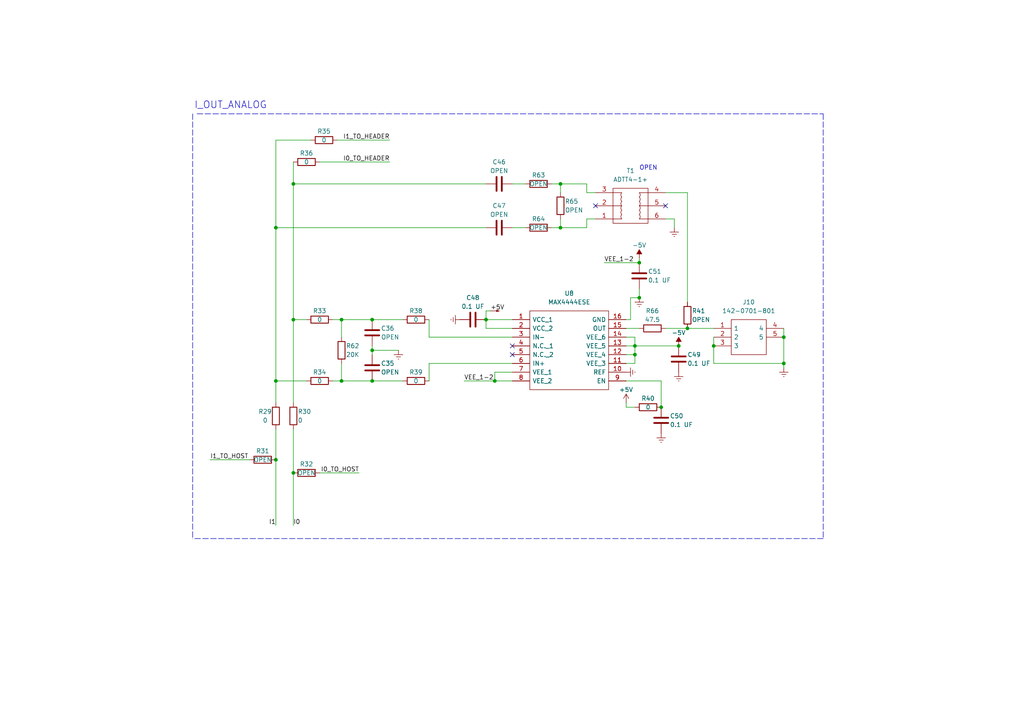
<source format=kicad_sch>
(kicad_sch (version 20211123) (generator eeschema)

  (uuid 1fba0d77-906a-474b-aa57-4cb4921f63a6)

  (paper "A4")

  (lib_symbols
    (symbol "142-0701-201:142-0701-201" (pin_names (offset 0.762)) (in_bom yes) (on_board yes)
      (property "Reference" "J" (id 0) (at 16.51 7.62 0)
        (effects (font (size 1.27 1.27)) (justify left))
      )
      (property "Value" "142-0701-201" (id 1) (at 16.51 5.08 0)
        (effects (font (size 1.27 1.27)) (justify left))
      )
      (property "Footprint" "1420701201" (id 2) (at 16.51 2.54 0)
        (effects (font (size 1.27 1.27)) (justify left) hide)
      )
      (property "Datasheet" "https://datasheet.datasheetarchive.com/originals/distributors/Datasheets_SAMA/f0edfbb4fd3b9d8af3607c026aa358ce.pdf" (id 3) (at 16.51 0 0)
        (effects (font (size 1.27 1.27)) (justify left) hide)
      )
      (property "Description" "JOHNSON - CINCH CONNECTIVITY - 142-0701-201 - RF COAXIAL, SMA, STRAIGHT JACK, 50OHM" (id 4) (at 16.51 -2.54 0)
        (effects (font (size 1.27 1.27)) (justify left) hide)
      )
      (property "Height" "9.52" (id 5) (at 16.51 -5.08 0)
        (effects (font (size 1.27 1.27)) (justify left) hide)
      )
      (property "Manufacturer_Name" "Cinch Connectivity Solutions" (id 6) (at 16.51 -7.62 0)
        (effects (font (size 1.27 1.27)) (justify left) hide)
      )
      (property "Manufacturer_Part_Number" "142-0701-201" (id 7) (at 16.51 -10.16 0)
        (effects (font (size 1.27 1.27)) (justify left) hide)
      )
      (property "Mouser Part Number" "530-142-0701-201" (id 8) (at 16.51 -12.7 0)
        (effects (font (size 1.27 1.27)) (justify left) hide)
      )
      (property "Mouser Price/Stock" "https://www.mouser.co.uk/ProductDetail/Johnson-Cinch-Connectivity-Solutions/142-0701-201?qs=sh18mOF39qY1deZe7h2WsQ%3D%3D" (id 9) (at 16.51 -15.24 0)
        (effects (font (size 1.27 1.27)) (justify left) hide)
      )
      (property "Arrow Part Number" "142-0701-201" (id 10) (at 16.51 -17.78 0)
        (effects (font (size 1.27 1.27)) (justify left) hide)
      )
      (property "Arrow Price/Stock" "https://www.arrow.com/en/products/142-0701-201/cinch-connectivity-solutions?region=nac" (id 11) (at 16.51 -20.32 0)
        (effects (font (size 1.27 1.27)) (justify left) hide)
      )
      (property "Mouser Testing Part Number" "" (id 12) (at 16.51 -22.86 0)
        (effects (font (size 1.27 1.27)) (justify left) hide)
      )
      (property "Mouser Testing Price/Stock" "" (id 13) (at 16.51 -25.4 0)
        (effects (font (size 1.27 1.27)) (justify left) hide)
      )
      (property "ki_description" "JOHNSON - CINCH CONNECTIVITY - 142-0701-201 - RF COAXIAL, SMA, STRAIGHT JACK, 50OHM" (id 14) (at 0 0 0)
        (effects (font (size 1.27 1.27)) hide)
      )
      (symbol "142-0701-201_0_0"
        (pin passive line (at 0 0 0) (length 5.08)
          (name "1" (effects (font (size 1.27 1.27))))
          (number "1" (effects (font (size 1.27 1.27))))
        )
        (pin passive line (at 0 -2.54 0) (length 5.08)
          (name "2" (effects (font (size 1.27 1.27))))
          (number "2" (effects (font (size 1.27 1.27))))
        )
        (pin passive line (at 0 -5.08 0) (length 5.08)
          (name "3" (effects (font (size 1.27 1.27))))
          (number "3" (effects (font (size 1.27 1.27))))
        )
        (pin passive line (at 20.32 0 180) (length 5.08)
          (name "4" (effects (font (size 1.27 1.27))))
          (number "4" (effects (font (size 1.27 1.27))))
        )
        (pin passive line (at 20.32 -2.54 180) (length 5.08)
          (name "5" (effects (font (size 1.27 1.27))))
          (number "5" (effects (font (size 1.27 1.27))))
        )
      )
      (symbol "142-0701-201_0_1"
        (polyline
          (pts
            (xy 5.08 2.54)
            (xy 15.24 2.54)
            (xy 15.24 -7.62)
            (xy 5.08 -7.62)
            (xy 5.08 2.54)
          )
          (stroke (width 0.1524) (type default) (color 0 0 0 0))
          (fill (type none))
        )
      )
    )
    (symbol "142-0701-201_1" (pin_names (offset 0.762)) (in_bom yes) (on_board yes)
      (property "Reference" "T?" (id 0) (at 10.16 7.62 0)
        (effects (font (size 1.27 1.27)))
      )
      (property "Value" "142-0701-201_1" (id 1) (at 10.16 5.08 0)
        (effects (font (size 1.27 1.27)))
      )
      (property "Footprint" "" (id 2) (at 16.51 2.54 0)
        (effects (font (size 1.27 1.27)) (justify left) hide)
      )
      (property "Datasheet" "" (id 3) (at 16.51 0 0)
        (effects (font (size 1.27 1.27)) (justify left) hide)
      )
      (property "Description" "" (id 4) (at 16.51 -2.54 0)
        (effects (font (size 1.27 1.27)) (justify left) hide)
      )
      (property "Height" "" (id 5) (at 16.51 -5.08 0)
        (effects (font (size 1.27 1.27)) (justify left) hide)
      )
      (property "Manufacturer_Name" "" (id 6) (at 16.51 -7.62 0)
        (effects (font (size 1.27 1.27)) (justify left) hide)
      )
      (property "Manufacturer_Part_Number" "" (id 7) (at 16.51 -10.16 0)
        (effects (font (size 1.27 1.27)) (justify left) hide)
      )
      (property "Mouser Part Number" "" (id 8) (at 16.51 -12.7 0)
        (effects (font (size 1.27 1.27)) (justify left) hide)
      )
      (property "Mouser Price/Stock" "" (id 9) (at 16.51 -15.24 0)
        (effects (font (size 1.27 1.27)) (justify left) hide)
      )
      (property "Arrow Part Number" "" (id 10) (at 16.51 -17.78 0)
        (effects (font (size 1.27 1.27)) (justify left) hide)
      )
      (property "Arrow Price/Stock" "" (id 11) (at 16.51 -20.32 0)
        (effects (font (size 1.27 1.27)) (justify left) hide)
      )
      (property "Mouser Testing Part Number" "" (id 12) (at 16.51 -22.86 0)
        (effects (font (size 1.27 1.27)) (justify left) hide)
      )
      (property "Mouser Testing Price/Stock" "" (id 13) (at 16.51 -25.4 0)
        (effects (font (size 1.27 1.27)) (justify left) hide)
      )
      (property "ki_description" "JOHNSON - CINCH CONNECTIVITY - 142-0701-201 - RF COAXIAL, SMA, STRAIGHT JACK, 50OHM" (id 14) (at 0 0 0)
        (effects (font (size 1.27 1.27)) hide)
      )
      (symbol "142-0701-201_1_0_0"
        (pin passive line (at 0 -6.35 0) (length 5.08)
          (name "" (effects (font (size 1.27 1.27))))
          (number "1" (effects (font (size 1.27 1.27))))
        )
        (pin passive line (at 0 -2.54 0) (length 5.08)
          (name "" (effects (font (size 1.27 1.27))))
          (number "2" (effects (font (size 1.27 1.27))))
        )
        (pin passive line (at 0 1.27 0) (length 5.08)
          (name "" (effects (font (size 1.27 1.27))))
          (number "3" (effects (font (size 1.27 1.27))))
        )
        (pin passive line (at 20.32 1.27 180) (length 5.08)
          (name "" (effects (font (size 1.27 1.27))))
          (number "4" (effects (font (size 1.27 1.27))))
        )
        (pin passive line (at 20.32 -2.54 180) (length 5.08)
          (name "" (effects (font (size 1.27 1.27))))
          (number "5" (effects (font (size 1.27 1.27))))
        )
        (pin passive line (at 20.32 -6.35 180) (length 5.08)
          (name "" (effects (font (size 1.27 1.27))))
          (number "6" (effects (font (size 1.27 1.27))))
        )
      )
      (symbol "142-0701-201_1_0_1"
        (polyline
          (pts
            (xy 5.08 -2.54)
            (xy 7.62 -2.54)
          )
          (stroke (width 0) (type default) (color 0 0 0 0))
          (fill (type none))
        )
        (polyline
          (pts
            (xy 5.08 1.27)
            (xy 7.62 1.27)
          )
          (stroke (width 0) (type default) (color 0 0 0 0))
          (fill (type none))
        )
        (polyline
          (pts
            (xy 7.62 -6.35)
            (xy 5.08 -6.35)
          )
          (stroke (width 0) (type default) (color 0 0 0 0))
          (fill (type none))
        )
        (polyline
          (pts
            (xy 12.7 -6.35)
            (xy 15.24 -6.35)
          )
          (stroke (width 0) (type default) (color 0 0 0 0))
          (fill (type none))
        )
        (polyline
          (pts
            (xy 15.24 -2.54)
            (xy 12.7 -2.54)
          )
          (stroke (width 0) (type default) (color 0 0 0 0))
          (fill (type none))
        )
        (polyline
          (pts
            (xy 15.24 1.27)
            (xy 12.7 1.27)
          )
          (stroke (width 0) (type default) (color 0 0 0 0))
          (fill (type none))
        )
        (polyline
          (pts
            (xy 5.08 2.54)
            (xy 15.24 2.54)
            (xy 15.24 -7.62)
            (xy 5.08 -7.62)
            (xy 5.08 2.54)
          )
          (stroke (width 0.1524) (type default) (color 0 0 0 0))
          (fill (type none))
        )
        (arc (start 7.62 -5.08) (mid 6.087 -5.715) (end 7.62 -6.35)
          (stroke (width 0) (type default) (color 0 0 0 0))
          (fill (type none))
        )
        (arc (start 7.62 -3.81) (mid 6.087 -4.445) (end 7.62 -5.08)
          (stroke (width 0) (type default) (color 0 0 0 0))
          (fill (type none))
        )
        (arc (start 7.62 -2.54) (mid 6.087 -3.175) (end 7.62 -3.81)
          (stroke (width 0) (type default) (color 0 0 0 0))
          (fill (type none))
        )
        (arc (start 7.62 -1.27) (mid 6.087 -1.905) (end 7.62 -2.54)
          (stroke (width 0) (type default) (color 0 0 0 0))
          (fill (type none))
        )
        (arc (start 7.62 0) (mid 6.087 -0.635) (end 7.62 -1.27)
          (stroke (width 0) (type default) (color 0 0 0 0))
          (fill (type none))
        )
        (arc (start 7.62 1.27) (mid 6.087 0.635) (end 7.62 0)
          (stroke (width 0) (type default) (color 0 0 0 0))
          (fill (type none))
        )
        (arc (start 12.7 -6.35) (mid 14.233 -5.715) (end 12.7 -5.08)
          (stroke (width 0) (type default) (color 0 0 0 0))
          (fill (type none))
        )
        (arc (start 12.7 -5.08) (mid 14.233 -4.445) (end 12.7 -3.81)
          (stroke (width 0) (type default) (color 0 0 0 0))
          (fill (type none))
        )
        (arc (start 12.7 -3.81) (mid 14.233 -3.175) (end 12.7 -2.54)
          (stroke (width 0) (type default) (color 0 0 0 0))
          (fill (type none))
        )
        (arc (start 12.7 -2.54) (mid 14.233 -1.905) (end 12.7 -1.27)
          (stroke (width 0) (type default) (color 0 0 0 0))
          (fill (type none))
        )
        (arc (start 12.7 -1.27) (mid 14.233 -0.635) (end 12.7 0)
          (stroke (width 0) (type default) (color 0 0 0 0))
          (fill (type none))
        )
        (arc (start 12.7 0) (mid 14.233 0.635) (end 12.7 1.27)
          (stroke (width 0) (type default) (color 0 0 0 0))
          (fill (type none))
        )
      )
    )
    (symbol "Device:C" (pin_numbers hide) (pin_names (offset 0.254)) (in_bom yes) (on_board yes)
      (property "Reference" "C" (id 0) (at 0.635 2.54 0)
        (effects (font (size 1.27 1.27)) (justify left))
      )
      (property "Value" "C" (id 1) (at 0.635 -2.54 0)
        (effects (font (size 1.27 1.27)) (justify left))
      )
      (property "Footprint" "" (id 2) (at 0.9652 -3.81 0)
        (effects (font (size 1.27 1.27)) hide)
      )
      (property "Datasheet" "~" (id 3) (at 0 0 0)
        (effects (font (size 1.27 1.27)) hide)
      )
      (property "ki_keywords" "cap capacitor" (id 4) (at 0 0 0)
        (effects (font (size 1.27 1.27)) hide)
      )
      (property "ki_description" "Unpolarized capacitor" (id 5) (at 0 0 0)
        (effects (font (size 1.27 1.27)) hide)
      )
      (property "ki_fp_filters" "C_*" (id 6) (at 0 0 0)
        (effects (font (size 1.27 1.27)) hide)
      )
      (symbol "C_0_1"
        (polyline
          (pts
            (xy -2.032 -0.762)
            (xy 2.032 -0.762)
          )
          (stroke (width 0.508) (type default) (color 0 0 0 0))
          (fill (type none))
        )
        (polyline
          (pts
            (xy -2.032 0.762)
            (xy 2.032 0.762)
          )
          (stroke (width 0.508) (type default) (color 0 0 0 0))
          (fill (type none))
        )
      )
      (symbol "C_1_1"
        (pin passive line (at 0 3.81 270) (length 2.794)
          (name "~" (effects (font (size 1.27 1.27))))
          (number "1" (effects (font (size 1.27 1.27))))
        )
        (pin passive line (at 0 -3.81 90) (length 2.794)
          (name "~" (effects (font (size 1.27 1.27))))
          (number "2" (effects (font (size 1.27 1.27))))
        )
      )
    )
    (symbol "Device:R" (pin_numbers hide) (pin_names (offset 0)) (in_bom yes) (on_board yes)
      (property "Reference" "R" (id 0) (at 2.032 0 90)
        (effects (font (size 1.27 1.27)))
      )
      (property "Value" "R" (id 1) (at 0 0 90)
        (effects (font (size 1.27 1.27)))
      )
      (property "Footprint" "" (id 2) (at -1.778 0 90)
        (effects (font (size 1.27 1.27)) hide)
      )
      (property "Datasheet" "~" (id 3) (at 0 0 0)
        (effects (font (size 1.27 1.27)) hide)
      )
      (property "ki_keywords" "R res resistor" (id 4) (at 0 0 0)
        (effects (font (size 1.27 1.27)) hide)
      )
      (property "ki_description" "Resistor" (id 5) (at 0 0 0)
        (effects (font (size 1.27 1.27)) hide)
      )
      (property "ki_fp_filters" "R_*" (id 6) (at 0 0 0)
        (effects (font (size 1.27 1.27)) hide)
      )
      (symbol "R_0_1"
        (rectangle (start -1.016 -2.54) (end 1.016 2.54)
          (stroke (width 0.254) (type default) (color 0 0 0 0))
          (fill (type none))
        )
      )
      (symbol "R_1_1"
        (pin passive line (at 0 3.81 270) (length 1.27)
          (name "~" (effects (font (size 1.27 1.27))))
          (number "1" (effects (font (size 1.27 1.27))))
        )
        (pin passive line (at 0 -3.81 90) (length 1.27)
          (name "~" (effects (font (size 1.27 1.27))))
          (number "2" (effects (font (size 1.27 1.27))))
        )
      )
    )
    (symbol "Graphic:SYM_Arrow_Tiny" (pin_names (offset 1.016)) (in_bom yes) (on_board yes)
      (property "Reference" "#SYM" (id 0) (at 0 1.524 0)
        (effects (font (size 1.27 1.27)) hide)
      )
      (property "Value" "SYM_Arrow_Tiny" (id 1) (at 0.254 -1.27 0)
        (effects (font (size 1.27 1.27)) hide)
      )
      (property "Footprint" "" (id 2) (at 0 0 0)
        (effects (font (size 1.27 1.27)) hide)
      )
      (property "Datasheet" "~" (id 3) (at 0 0 0)
        (effects (font (size 1.27 1.27)) hide)
      )
      (property "ki_keywords" "symbol arrow" (id 4) (at 0 0 0)
        (effects (font (size 1.27 1.27)) hide)
      )
      (property "ki_description" "Filled arrow, 100mil" (id 5) (at 0 0 0)
        (effects (font (size 1.27 1.27)) hide)
      )
      (symbol "SYM_Arrow_Tiny_0_1"
        (polyline
          (pts
            (xy 1.27 0)
            (xy -1.27 0)
          )
          (stroke (width 0) (type default) (color 0 0 0 0))
          (fill (type none))
        )
        (polyline
          (pts
            (xy 1.27 0)
            (xy 0.508 -0.254)
            (xy 0.508 0.254)
            (xy 1.27 0)
          )
          (stroke (width 0) (type default) (color 0 0 0 0))
          (fill (type outline))
        )
      )
    )
    (symbol "MAX4444ESE+:MAX4444ESE+" (pin_names (offset 0.762)) (in_bom yes) (on_board yes)
      (property "Reference" "IC" (id 0) (at 29.21 7.62 0)
        (effects (font (size 1.27 1.27)) (justify left))
      )
      (property "Value" "MAX4444ESE+" (id 1) (at 29.21 5.08 0)
        (effects (font (size 1.27 1.27)) (justify left))
      )
      (property "Footprint" "SOIC127P600X175-16N" (id 2) (at 29.21 2.54 0)
        (effects (font (size 1.27 1.27)) (justify left) hide)
      )
      (property "Datasheet" "https://datasheet.datasheetarchive.com/originals/distributors/Datasheets-18/DSA-341081.pdf" (id 3) (at 29.21 0 0)
        (effects (font (size 1.27 1.27)) (justify left) hide)
      )
      (property "Description" "Differential-to-Single Receiver SOIC16" (id 4) (at 29.21 -2.54 0)
        (effects (font (size 1.27 1.27)) (justify left) hide)
      )
      (property "Height" "1.75" (id 5) (at 29.21 -5.08 0)
        (effects (font (size 1.27 1.27)) (justify left) hide)
      )
      (property "Manufacturer_Name" "Analog Devices" (id 6) (at 29.21 -7.62 0)
        (effects (font (size 1.27 1.27)) (justify left) hide)
      )
      (property "Manufacturer_Part_Number" "MAX4444ESE+" (id 7) (at 29.21 -10.16 0)
        (effects (font (size 1.27 1.27)) (justify left) hide)
      )
      (property "Mouser Part Number" "700-MAX4444ESE" (id 8) (at 29.21 -12.7 0)
        (effects (font (size 1.27 1.27)) (justify left) hide)
      )
      (property "Mouser Price/Stock" "https://www.mouser.co.uk/ProductDetail/Maxim-Integrated/MAX4444ESE%2b?qs=LHmEVA8xxfawvSRfDBn%2F9g%3D%3D" (id 9) (at 29.21 -15.24 0)
        (effects (font (size 1.27 1.27)) (justify left) hide)
      )
      (property "Arrow Part Number" "MAX4444ESE+" (id 10) (at 29.21 -17.78 0)
        (effects (font (size 1.27 1.27)) (justify left) hide)
      )
      (property "Arrow Price/Stock" "https://www.arrow.com/en/products/max4444ese/maxim-integrated?region=nac" (id 11) (at 29.21 -20.32 0)
        (effects (font (size 1.27 1.27)) (justify left) hide)
      )
      (property "Mouser Testing Part Number" "" (id 12) (at 29.21 -22.86 0)
        (effects (font (size 1.27 1.27)) (justify left) hide)
      )
      (property "Mouser Testing Price/Stock" "" (id 13) (at 29.21 -25.4 0)
        (effects (font (size 1.27 1.27)) (justify left) hide)
      )
      (property "ki_description" "Differential-to-Single Receiver SOIC16" (id 14) (at 0 0 0)
        (effects (font (size 1.27 1.27)) hide)
      )
      (symbol "MAX4444ESE+_0_0"
        (pin passive line (at 0 0 0) (length 5.08)
          (name "VCC_1" (effects (font (size 1.27 1.27))))
          (number "1" (effects (font (size 1.27 1.27))))
        )
        (pin passive line (at 33.02 -15.24 180) (length 5.08)
          (name "REF" (effects (font (size 1.27 1.27))))
          (number "10" (effects (font (size 1.27 1.27))))
        )
        (pin passive line (at 33.02 -12.7 180) (length 5.08)
          (name "VEE_3" (effects (font (size 1.27 1.27))))
          (number "11" (effects (font (size 1.27 1.27))))
        )
        (pin passive line (at 33.02 -10.16 180) (length 5.08)
          (name "VEE_4" (effects (font (size 1.27 1.27))))
          (number "12" (effects (font (size 1.27 1.27))))
        )
        (pin passive line (at 33.02 -7.62 180) (length 5.08)
          (name "VEE_5" (effects (font (size 1.27 1.27))))
          (number "13" (effects (font (size 1.27 1.27))))
        )
        (pin passive line (at 33.02 -5.08 180) (length 5.08)
          (name "VEE_6" (effects (font (size 1.27 1.27))))
          (number "14" (effects (font (size 1.27 1.27))))
        )
        (pin passive line (at 33.02 -2.54 180) (length 5.08)
          (name "OUT" (effects (font (size 1.27 1.27))))
          (number "15" (effects (font (size 1.27 1.27))))
        )
        (pin passive line (at 33.02 0 180) (length 5.08)
          (name "GND" (effects (font (size 1.27 1.27))))
          (number "16" (effects (font (size 1.27 1.27))))
        )
        (pin passive line (at 0 -2.54 0) (length 5.08)
          (name "VCC_2" (effects (font (size 1.27 1.27))))
          (number "2" (effects (font (size 1.27 1.27))))
        )
        (pin passive line (at 0 -5.08 0) (length 5.08)
          (name "IN-" (effects (font (size 1.27 1.27))))
          (number "3" (effects (font (size 1.27 1.27))))
        )
        (pin passive line (at 0 -7.62 0) (length 5.08)
          (name "N.C._1" (effects (font (size 1.27 1.27))))
          (number "4" (effects (font (size 1.27 1.27))))
        )
        (pin passive line (at 0 -10.16 0) (length 5.08)
          (name "N.C._2" (effects (font (size 1.27 1.27))))
          (number "5" (effects (font (size 1.27 1.27))))
        )
        (pin passive line (at 0 -12.7 0) (length 5.08)
          (name "IN+" (effects (font (size 1.27 1.27))))
          (number "6" (effects (font (size 1.27 1.27))))
        )
        (pin passive line (at 0 -15.24 0) (length 5.08)
          (name "VEE_1" (effects (font (size 1.27 1.27))))
          (number "7" (effects (font (size 1.27 1.27))))
        )
        (pin passive line (at 0 -17.78 0) (length 5.08)
          (name "VEE_2" (effects (font (size 1.27 1.27))))
          (number "8" (effects (font (size 1.27 1.27))))
        )
        (pin passive line (at 33.02 -17.78 180) (length 5.08)
          (name "EN" (effects (font (size 1.27 1.27))))
          (number "9" (effects (font (size 1.27 1.27))))
        )
      )
      (symbol "MAX4444ESE+_0_1"
        (polyline
          (pts
            (xy 5.08 2.54)
            (xy 27.94 2.54)
            (xy 27.94 -20.32)
            (xy 5.08 -20.32)
            (xy 5.08 2.54)
          )
          (stroke (width 0.1524) (type default) (color 0 0 0 0))
          (fill (type none))
        )
      )
    )
    (symbol "power:+5V" (power) (pin_names (offset 0)) (in_bom yes) (on_board yes)
      (property "Reference" "#PWR" (id 0) (at 0 -3.81 0)
        (effects (font (size 1.27 1.27)) hide)
      )
      (property "Value" "+5V" (id 1) (at 0 3.556 0)
        (effects (font (size 1.27 1.27)))
      )
      (property "Footprint" "" (id 2) (at 0 0 0)
        (effects (font (size 1.27 1.27)) hide)
      )
      (property "Datasheet" "" (id 3) (at 0 0 0)
        (effects (font (size 1.27 1.27)) hide)
      )
      (property "ki_keywords" "power-flag" (id 4) (at 0 0 0)
        (effects (font (size 1.27 1.27)) hide)
      )
      (property "ki_description" "Power symbol creates a global label with name \"+5V\"" (id 5) (at 0 0 0)
        (effects (font (size 1.27 1.27)) hide)
      )
      (symbol "+5V_0_1"
        (polyline
          (pts
            (xy -0.762 1.27)
            (xy 0 2.54)
          )
          (stroke (width 0) (type default) (color 0 0 0 0))
          (fill (type none))
        )
        (polyline
          (pts
            (xy 0 0)
            (xy 0 2.54)
          )
          (stroke (width 0) (type default) (color 0 0 0 0))
          (fill (type none))
        )
        (polyline
          (pts
            (xy 0 2.54)
            (xy 0.762 1.27)
          )
          (stroke (width 0) (type default) (color 0 0 0 0))
          (fill (type none))
        )
      )
      (symbol "+5V_1_1"
        (pin power_in line (at 0 0 90) (length 0) hide
          (name "+5V" (effects (font (size 1.27 1.27))))
          (number "1" (effects (font (size 1.27 1.27))))
        )
      )
    )
    (symbol "power:-5V" (power) (pin_names (offset 0)) (in_bom yes) (on_board yes)
      (property "Reference" "#PWR" (id 0) (at 0 2.54 0)
        (effects (font (size 1.27 1.27)) hide)
      )
      (property "Value" "-5V" (id 1) (at 0 3.81 0)
        (effects (font (size 1.27 1.27)))
      )
      (property "Footprint" "" (id 2) (at 0 0 0)
        (effects (font (size 1.27 1.27)) hide)
      )
      (property "Datasheet" "" (id 3) (at 0 0 0)
        (effects (font (size 1.27 1.27)) hide)
      )
      (property "ki_keywords" "power-flag" (id 4) (at 0 0 0)
        (effects (font (size 1.27 1.27)) hide)
      )
      (property "ki_description" "Power symbol creates a global label with name \"-5V\"" (id 5) (at 0 0 0)
        (effects (font (size 1.27 1.27)) hide)
      )
      (symbol "-5V_0_0"
        (pin power_in line (at 0 0 90) (length 0) hide
          (name "-5V" (effects (font (size 1.27 1.27))))
          (number "1" (effects (font (size 1.27 1.27))))
        )
      )
      (symbol "-5V_0_1"
        (polyline
          (pts
            (xy 0 0)
            (xy 0 1.27)
            (xy 0.762 1.27)
            (xy 0 2.54)
            (xy -0.762 1.27)
            (xy 0 1.27)
          )
          (stroke (width 0) (type default) (color 0 0 0 0))
          (fill (type outline))
        )
      )
    )
    (symbol "power:Earth" (power) (pin_names (offset 0)) (in_bom yes) (on_board yes)
      (property "Reference" "#PWR" (id 0) (at 0 -6.35 0)
        (effects (font (size 1.27 1.27)) hide)
      )
      (property "Value" "Earth" (id 1) (at 0 -3.81 0)
        (effects (font (size 1.27 1.27)) hide)
      )
      (property "Footprint" "" (id 2) (at 0 0 0)
        (effects (font (size 1.27 1.27)) hide)
      )
      (property "Datasheet" "~" (id 3) (at 0 0 0)
        (effects (font (size 1.27 1.27)) hide)
      )
      (property "ki_keywords" "power-flag ground gnd" (id 4) (at 0 0 0)
        (effects (font (size 1.27 1.27)) hide)
      )
      (property "ki_description" "Power symbol creates a global label with name \"Earth\"" (id 5) (at 0 0 0)
        (effects (font (size 1.27 1.27)) hide)
      )
      (symbol "Earth_0_1"
        (polyline
          (pts
            (xy -0.635 -1.905)
            (xy 0.635 -1.905)
          )
          (stroke (width 0) (type default) (color 0 0 0 0))
          (fill (type none))
        )
        (polyline
          (pts
            (xy -0.127 -2.54)
            (xy 0.127 -2.54)
          )
          (stroke (width 0) (type default) (color 0 0 0 0))
          (fill (type none))
        )
        (polyline
          (pts
            (xy 0 -1.27)
            (xy 0 0)
          )
          (stroke (width 0) (type default) (color 0 0 0 0))
          (fill (type none))
        )
        (polyline
          (pts
            (xy 1.27 -1.27)
            (xy -1.27 -1.27)
          )
          (stroke (width 0) (type default) (color 0 0 0 0))
          (fill (type none))
        )
      )
      (symbol "Earth_1_1"
        (pin power_in line (at 0 0 270) (length 0) hide
          (name "Earth" (effects (font (size 1.27 1.27))))
          (number "1" (effects (font (size 1.27 1.27))))
        )
      )
    )
  )

  (junction (at 85.09 92.71) (diameter 0) (color 0 0 0 0)
    (uuid 07f1368a-269c-4983-b725-43007490189b)
  )
  (junction (at 199.39 95.25) (diameter 0) (color 0 0 0 0)
    (uuid 1a650299-c801-40ee-b1a6-63750ba2e904)
  )
  (junction (at 107.95 101.6) (diameter 0) (color 0 0 0 0)
    (uuid 2b645132-cb86-4097-8796-d4b4a5af2ded)
  )
  (junction (at 80.01 66.04) (diameter 0) (color 0 0 0 0)
    (uuid 2baf1f5b-56a5-42fd-820e-fe55e4ecf8bc)
  )
  (junction (at 85.09 137.16) (diameter 0) (color 0 0 0 0)
    (uuid 2c87f5ec-278d-47e9-967c-200cff65f741)
  )
  (junction (at 85.09 53.34) (diameter 0) (color 0 0 0 0)
    (uuid 3570df5c-699b-4722-9b77-3650a3f01838)
  )
  (junction (at 191.77 118.11) (diameter 0) (color 0 0 0 0)
    (uuid 45c1d8ec-a0cd-401c-b1f8-e5ab2f17e4b3)
  )
  (junction (at 80.01 133.35) (diameter 0) (color 0 0 0 0)
    (uuid 47412fab-6f42-442b-a196-5f862eaf1257)
  )
  (junction (at 184.15 100.33) (diameter 0) (color 0 0 0 0)
    (uuid 503420fe-08c5-46a4-97a1-039196aae633)
  )
  (junction (at 143.51 110.49) (diameter 0) (color 0 0 0 0)
    (uuid 5ee7da95-bf48-43c8-a75e-882be8c89dbf)
  )
  (junction (at 227.33 105.41) (diameter 0) (color 0 0 0 0)
    (uuid 6863a9d8-e791-4e0f-a503-753d5e03b7d1)
  )
  (junction (at 99.06 92.71) (diameter 0) (color 0 0 0 0)
    (uuid 84484f47-c439-458d-9034-74b2d08ba611)
  )
  (junction (at 140.97 92.71) (diameter 0) (color 0 0 0 0)
    (uuid 87c7e25d-f7ba-470b-80a6-e7f5ec451dea)
  )
  (junction (at 227.33 97.79) (diameter 0) (color 0 0 0 0)
    (uuid 8f30f439-aa99-4b39-b9e3-24657a6c794c)
  )
  (junction (at 185.42 86.36) (diameter 0) (color 0 0 0 0)
    (uuid 99b4d698-e884-4324-883f-ae5034670f5f)
  )
  (junction (at 80.01 110.49) (diameter 0) (color 0 0 0 0)
    (uuid a0a00c5b-4f38-411a-b6f5-b00ae93a62fe)
  )
  (junction (at 107.95 110.49) (diameter 0) (color 0 0 0 0)
    (uuid b4e263e1-6223-4be5-abf6-e856f799798c)
  )
  (junction (at 207.01 100.33) (diameter 0) (color 0 0 0 0)
    (uuid b71ffef1-f4b3-404f-95e6-37ec3f18460f)
  )
  (junction (at 184.15 102.87) (diameter 0) (color 0 0 0 0)
    (uuid befb0267-c7d8-4ec2-a3b4-82014a092e2d)
  )
  (junction (at 196.85 100.33) (diameter 0) (color 0 0 0 0)
    (uuid ca83cd9c-ab71-440e-878a-272e1fd48cc4)
  )
  (junction (at 99.06 110.49) (diameter 0) (color 0 0 0 0)
    (uuid d97aa87b-5008-4c1d-9b2d-c0799b46aa6d)
  )
  (junction (at 162.56 53.34) (diameter 0) (color 0 0 0 0)
    (uuid e3c2fb9e-3c42-48c2-a62e-0814293a2063)
  )
  (junction (at 162.56 66.04) (diameter 0) (color 0 0 0 0)
    (uuid ee385f33-204f-4073-a4dc-3dcf98c929e0)
  )
  (junction (at 185.42 76.2) (diameter 0) (color 0 0 0 0)
    (uuid f98b8b02-5e96-4ce0-8198-0efa4b4bc27b)
  )
  (junction (at 107.95 92.71) (diameter 0) (color 0 0 0 0)
    (uuid fed4a75a-9626-4dc2-a7b1-0391ef9af847)
  )

  (no_connect (at 148.59 102.87) (uuid 45aac94c-7717-409b-a8c2-e848c8dd4b41))
  (no_connect (at 148.59 100.33) (uuid 65567bd6-8f6e-447a-b54d-b7d90d5d6a05))
  (no_connect (at 193.04 59.69) (uuid 840d3a38-f49e-4478-bcb5-e03f8421fe98))
  (no_connect (at 172.72 59.69) (uuid ae44b6a1-b5ca-4992-aee3-6d696b6ec63b))

  (wire (pts (xy 85.09 53.34) (xy 85.09 92.71))
    (stroke (width 0) (type default) (color 0 0 0 0))
    (uuid 00b0fbfc-ef00-421e-9ba3-06f3e3069f3b)
  )
  (wire (pts (xy 85.09 137.16) (xy 85.09 152.4))
    (stroke (width 0) (type default) (color 0 0 0 0))
    (uuid 03d6f72e-604a-4e8d-b9d1-58c6709eec71)
  )
  (wire (pts (xy 184.15 102.87) (xy 184.15 105.41))
    (stroke (width 0) (type default) (color 0 0 0 0))
    (uuid 05e7f1a6-0e5a-4340-99d0-041bb0d5946a)
  )
  (wire (pts (xy 124.46 97.79) (xy 124.46 92.71))
    (stroke (width 0) (type default) (color 0 0 0 0))
    (uuid 07864855-38f2-4a1d-ba3c-9c588aa6964a)
  )
  (wire (pts (xy 85.09 92.71) (xy 88.9 92.71))
    (stroke (width 0) (type default) (color 0 0 0 0))
    (uuid 07973e2e-bbfe-45c5-b9c4-d10965af76f2)
  )
  (wire (pts (xy 199.39 87.63) (xy 199.39 55.88))
    (stroke (width 0) (type default) (color 0 0 0 0))
    (uuid 085ab066-50ac-45cd-8a31-bbc0f1b2200e)
  )
  (wire (pts (xy 99.06 110.49) (xy 107.95 110.49))
    (stroke (width 0) (type default) (color 0 0 0 0))
    (uuid 0a8dec4e-3621-4679-8029-55b820eeb77c)
  )
  (wire (pts (xy 172.72 55.88) (xy 170.18 55.88))
    (stroke (width 0) (type default) (color 0 0 0 0))
    (uuid 132f8d0e-6879-42dc-96a6-1cff95dbdbd5)
  )
  (wire (pts (xy 148.59 95.25) (xy 140.97 95.25))
    (stroke (width 0) (type default) (color 0 0 0 0))
    (uuid 14f9d7e3-b70f-4ec9-a19d-ccc1c63ac5b1)
  )
  (wire (pts (xy 207.01 100.33) (xy 207.01 105.41))
    (stroke (width 0) (type default) (color 0 0 0 0))
    (uuid 1aa70aef-deb2-43f0-890d-09d5b9247f77)
  )
  (wire (pts (xy 143.51 107.95) (xy 148.59 107.95))
    (stroke (width 0) (type default) (color 0 0 0 0))
    (uuid 211a0c62-e37a-4844-8916-945457b34693)
  )
  (wire (pts (xy 207.01 97.79) (xy 207.01 100.33))
    (stroke (width 0) (type default) (color 0 0 0 0))
    (uuid 22f4e736-e467-4b0e-a0d1-3f1c4ef46ae3)
  )
  (wire (pts (xy 99.06 92.71) (xy 107.95 92.71))
    (stroke (width 0) (type default) (color 0 0 0 0))
    (uuid 230d9bc1-fb6d-4e80-8028-2db2032d8656)
  )
  (wire (pts (xy 195.58 63.5) (xy 195.58 66.04))
    (stroke (width 0) (type default) (color 0 0 0 0))
    (uuid 2a77fbba-42e8-4ae5-88df-3ba4baf82981)
  )
  (wire (pts (xy 185.42 83.82) (xy 185.42 86.36))
    (stroke (width 0) (type default) (color 0 0 0 0))
    (uuid 34180cd9-500e-484d-92fe-8598e7ee0f7a)
  )
  (wire (pts (xy 185.42 74.93) (xy 185.42 76.2))
    (stroke (width 0) (type default) (color 0 0 0 0))
    (uuid 36c0fd0e-a0b0-40b9-aba7-964ec6effe4d)
  )
  (wire (pts (xy 140.97 92.71) (xy 148.59 92.71))
    (stroke (width 0) (type default) (color 0 0 0 0))
    (uuid 36dea1a9-7a6a-463c-bf16-d42151ce7942)
  )
  (wire (pts (xy 170.18 63.5) (xy 170.18 66.04))
    (stroke (width 0) (type default) (color 0 0 0 0))
    (uuid 39e6604a-38d3-4bf7-95fb-ed8af9d7aa24)
  )
  (polyline (pts (xy 57.15 33.02) (xy 238.76 33.02))
    (stroke (width 0) (type default) (color 0 0 0 0))
    (uuid 3c9d942d-bdc3-46b6-a298-6f5d1e734c35)
  )

  (wire (pts (xy 184.15 100.33) (xy 184.15 102.87))
    (stroke (width 0) (type default) (color 0 0 0 0))
    (uuid 3f6ff66c-f487-4617-a4a7-480a672e189c)
  )
  (wire (pts (xy 96.52 110.49) (xy 99.06 110.49))
    (stroke (width 0) (type default) (color 0 0 0 0))
    (uuid 3f94b6c9-910e-4628-8116-5db929757927)
  )
  (wire (pts (xy 172.72 63.5) (xy 170.18 63.5))
    (stroke (width 0) (type default) (color 0 0 0 0))
    (uuid 40c2373e-a078-4191-82d8-654c6c1d487b)
  )
  (wire (pts (xy 92.71 46.99) (xy 113.03 46.99))
    (stroke (width 0) (type default) (color 0 0 0 0))
    (uuid 468c2fc9-e95b-4885-94bc-438a18b13f9d)
  )
  (wire (pts (xy 96.52 92.71) (xy 99.06 92.71))
    (stroke (width 0) (type default) (color 0 0 0 0))
    (uuid 46f117d2-3bd5-422e-bae5-60317dc9894c)
  )
  (wire (pts (xy 181.61 97.79) (xy 184.15 97.79))
    (stroke (width 0) (type default) (color 0 0 0 0))
    (uuid 4dceb990-e64f-4608-9484-5f98ac1b5e28)
  )
  (wire (pts (xy 193.04 95.25) (xy 199.39 95.25))
    (stroke (width 0) (type default) (color 0 0 0 0))
    (uuid 532b4d81-52d7-420e-ae06-da7164e0698e)
  )
  (wire (pts (xy 182.88 86.36) (xy 185.42 86.36))
    (stroke (width 0) (type default) (color 0 0 0 0))
    (uuid 54b4d258-862e-4a98-bbf3-5eb14280f1e7)
  )
  (wire (pts (xy 148.59 53.34) (xy 152.4 53.34))
    (stroke (width 0) (type default) (color 0 0 0 0))
    (uuid 5e226215-76d6-4c83-9ba8-e871f9a75f8b)
  )
  (wire (pts (xy 193.04 55.88) (xy 199.39 55.88))
    (stroke (width 0) (type default) (color 0 0 0 0))
    (uuid 60bd9aa8-261a-4c9f-96b5-a3ce3dfb9c2d)
  )
  (wire (pts (xy 148.59 66.04) (xy 152.4 66.04))
    (stroke (width 0) (type default) (color 0 0 0 0))
    (uuid 6238838c-589e-4e02-a19c-aa3edea80291)
  )
  (wire (pts (xy 140.97 90.17) (xy 142.24 90.17))
    (stroke (width 0) (type default) (color 0 0 0 0))
    (uuid 62455a23-2dc6-476b-9b9e-1609083d10d0)
  )
  (wire (pts (xy 181.61 92.71) (xy 182.88 92.71))
    (stroke (width 0) (type default) (color 0 0 0 0))
    (uuid 66fa004e-1d48-47f2-bad6-b408b7231a7b)
  )
  (wire (pts (xy 181.61 110.49) (xy 191.77 110.49))
    (stroke (width 0) (type default) (color 0 0 0 0))
    (uuid 6d76722d-023a-46f3-a621-46763a588a05)
  )
  (wire (pts (xy 85.09 124.46) (xy 85.09 137.16))
    (stroke (width 0) (type default) (color 0 0 0 0))
    (uuid 6dc935c5-ccf5-4020-929d-64e766c0ad5e)
  )
  (wire (pts (xy 160.02 66.04) (xy 162.56 66.04))
    (stroke (width 0) (type default) (color 0 0 0 0))
    (uuid 6e68a192-b05c-40fe-bf21-2802c7f37878)
  )
  (wire (pts (xy 191.77 110.49) (xy 191.77 118.11))
    (stroke (width 0) (type default) (color 0 0 0 0))
    (uuid 6eab2e72-05fa-4e2f-b96c-236a17c849dd)
  )
  (wire (pts (xy 107.95 110.49) (xy 116.84 110.49))
    (stroke (width 0) (type default) (color 0 0 0 0))
    (uuid 6ecf399f-8bf3-4a7a-bd3d-ccd6565f4f5e)
  )
  (wire (pts (xy 181.61 100.33) (xy 184.15 100.33))
    (stroke (width 0) (type default) (color 0 0 0 0))
    (uuid 779afcde-7862-4d16-a85f-9b71615a87a9)
  )
  (wire (pts (xy 85.09 92.71) (xy 85.09 116.84))
    (stroke (width 0) (type default) (color 0 0 0 0))
    (uuid 77a4675a-a01f-4144-8343-aec4770c077c)
  )
  (polyline (pts (xy 238.76 33.02) (xy 238.76 156.21))
    (stroke (width 0) (type default) (color 0 0 0 0))
    (uuid 7ac1cf62-2e0f-4f11-87b9-b4aab2bcb49c)
  )

  (wire (pts (xy 227.33 105.41) (xy 227.33 106.68))
    (stroke (width 0) (type default) (color 0 0 0 0))
    (uuid 7b50e858-66ea-4323-a3e5-a2026f2c4a18)
  )
  (wire (pts (xy 175.26 76.2) (xy 185.42 76.2))
    (stroke (width 0) (type default) (color 0 0 0 0))
    (uuid 7fd0aed0-7990-4723-989e-9627c5521f5c)
  )
  (polyline (pts (xy 238.76 156.21) (xy 55.88 156.21))
    (stroke (width 0) (type default) (color 0 0 0 0))
    (uuid 82037e48-22a6-4238-b06e-e12f4166ab22)
  )

  (wire (pts (xy 184.15 118.11) (xy 181.61 118.11))
    (stroke (width 0) (type default) (color 0 0 0 0))
    (uuid 86892537-97d9-49e4-9b85-211f0102e8b0)
  )
  (wire (pts (xy 181.61 118.11) (xy 181.61 116.84))
    (stroke (width 0) (type default) (color 0 0 0 0))
    (uuid 8856ca72-afa8-4570-8a54-c85615c98e6c)
  )
  (wire (pts (xy 181.61 95.25) (xy 185.42 95.25))
    (stroke (width 0) (type default) (color 0 0 0 0))
    (uuid 89be22d7-699a-41d9-867c-47bb2eba2149)
  )
  (wire (pts (xy 85.09 53.34) (xy 140.97 53.34))
    (stroke (width 0) (type default) (color 0 0 0 0))
    (uuid 8a24d358-2c2d-4d8a-969e-cced2c796953)
  )
  (wire (pts (xy 80.01 40.64) (xy 90.17 40.64))
    (stroke (width 0) (type default) (color 0 0 0 0))
    (uuid 8b9c91f7-7133-44eb-8d14-bcf9d4ff8f96)
  )
  (wire (pts (xy 107.95 92.71) (xy 116.84 92.71))
    (stroke (width 0) (type default) (color 0 0 0 0))
    (uuid 8cbeb5d5-e89d-478f-8113-dd12704f3adf)
  )
  (wire (pts (xy 182.88 92.71) (xy 182.88 86.36))
    (stroke (width 0) (type default) (color 0 0 0 0))
    (uuid 90166cca-aa68-4cce-8444-2472fbae8706)
  )
  (wire (pts (xy 140.97 95.25) (xy 140.97 92.71))
    (stroke (width 0) (type default) (color 0 0 0 0))
    (uuid 940c247a-90ad-445c-8d18-2d74e23a848d)
  )
  (wire (pts (xy 60.96 133.35) (xy 72.39 133.35))
    (stroke (width 0) (type default) (color 0 0 0 0))
    (uuid 951dd771-c20e-41b6-90e2-60ad423a0245)
  )
  (wire (pts (xy 80.01 66.04) (xy 80.01 110.49))
    (stroke (width 0) (type default) (color 0 0 0 0))
    (uuid 95b90caa-d8a4-40c2-ba5d-87c59659c6d8)
  )
  (wire (pts (xy 170.18 53.34) (xy 170.18 55.88))
    (stroke (width 0) (type default) (color 0 0 0 0))
    (uuid 977be946-3577-4582-9cc2-6c9a0bc7c189)
  )
  (wire (pts (xy 99.06 105.41) (xy 99.06 110.49))
    (stroke (width 0) (type default) (color 0 0 0 0))
    (uuid 99dd0d3f-4265-4c3d-99f7-ef7f4750acbe)
  )
  (wire (pts (xy 227.33 95.25) (xy 227.33 97.79))
    (stroke (width 0) (type default) (color 0 0 0 0))
    (uuid 9a4f65da-b8b0-4073-a290-b5c27433b8da)
  )
  (wire (pts (xy 99.06 92.71) (xy 99.06 97.79))
    (stroke (width 0) (type default) (color 0 0 0 0))
    (uuid 9a61e5c0-8be9-4df2-bed3-e7c0834ee89f)
  )
  (wire (pts (xy 184.15 100.33) (xy 196.85 100.33))
    (stroke (width 0) (type default) (color 0 0 0 0))
    (uuid 9b77a7fb-337f-4da7-b27b-b2ef3e13a01c)
  )
  (wire (pts (xy 80.01 66.04) (xy 140.97 66.04))
    (stroke (width 0) (type default) (color 0 0 0 0))
    (uuid 9e2e0d3a-bb01-4c0c-b899-5d761c7c3ef9)
  )
  (wire (pts (xy 107.95 100.33) (xy 107.95 101.6))
    (stroke (width 0) (type default) (color 0 0 0 0))
    (uuid a493d05a-ffeb-4e10-a2bc-c49325a30116)
  )
  (wire (pts (xy 184.15 97.79) (xy 184.15 100.33))
    (stroke (width 0) (type default) (color 0 0 0 0))
    (uuid ab778f09-c307-4b71-b507-a42449834989)
  )
  (wire (pts (xy 148.59 97.79) (xy 124.46 97.79))
    (stroke (width 0) (type default) (color 0 0 0 0))
    (uuid b45c4625-76bd-4771-88d5-73daa9269852)
  )
  (wire (pts (xy 80.01 40.64) (xy 80.01 66.04))
    (stroke (width 0) (type default) (color 0 0 0 0))
    (uuid b85e0f24-5d73-458a-aba9-c1483ebaf15e)
  )
  (wire (pts (xy 148.59 105.41) (xy 124.46 105.41))
    (stroke (width 0) (type default) (color 0 0 0 0))
    (uuid ba54fde5-bde8-4d7b-8092-0b8f7fe2c507)
  )
  (wire (pts (xy 181.61 102.87) (xy 184.15 102.87))
    (stroke (width 0) (type default) (color 0 0 0 0))
    (uuid be120429-068f-42da-9b2c-a0ae22285e42)
  )
  (wire (pts (xy 162.56 53.34) (xy 170.18 53.34))
    (stroke (width 0) (type default) (color 0 0 0 0))
    (uuid c172c281-7a66-46ce-bbde-ae268722e0ba)
  )
  (wire (pts (xy 207.01 105.41) (xy 227.33 105.41))
    (stroke (width 0) (type default) (color 0 0 0 0))
    (uuid c533cc98-aaa1-48f8-afa7-b27be3319511)
  )
  (wire (pts (xy 148.59 110.49) (xy 143.51 110.49))
    (stroke (width 0) (type default) (color 0 0 0 0))
    (uuid c6f70f6b-7379-4699-a34c-cb66f333904e)
  )
  (wire (pts (xy 162.56 53.34) (xy 162.56 55.88))
    (stroke (width 0) (type default) (color 0 0 0 0))
    (uuid c7b0fe14-2239-4cb4-b850-341448042a8c)
  )
  (wire (pts (xy 143.51 110.49) (xy 143.51 107.95))
    (stroke (width 0) (type default) (color 0 0 0 0))
    (uuid c85bd05a-0e93-4103-8bf5-2553af4f96d1)
  )
  (wire (pts (xy 107.95 101.6) (xy 107.95 102.87))
    (stroke (width 0) (type default) (color 0 0 0 0))
    (uuid c9b05a67-4555-4b7f-8dd6-ea45ca5dfb18)
  )
  (wire (pts (xy 104.14 137.16) (xy 92.71 137.16))
    (stroke (width 0) (type default) (color 0 0 0 0))
    (uuid cb142a84-deb3-4b5f-a2ee-6be4e3bac694)
  )
  (wire (pts (xy 193.04 63.5) (xy 195.58 63.5))
    (stroke (width 0) (type default) (color 0 0 0 0))
    (uuid cc2e10ff-1e7a-403d-9694-35ba9e689970)
  )
  (wire (pts (xy 162.56 66.04) (xy 170.18 66.04))
    (stroke (width 0) (type default) (color 0 0 0 0))
    (uuid cca71df4-7dd0-493e-b48c-0ba17be8435d)
  )
  (polyline (pts (xy 55.88 33.02) (xy 55.88 156.21))
    (stroke (width 0) (type default) (color 0 0 0 0))
    (uuid d36f7e07-c380-49b9-bd5c-cb41c86c23e8)
  )

  (wire (pts (xy 162.56 63.5) (xy 162.56 66.04))
    (stroke (width 0) (type default) (color 0 0 0 0))
    (uuid d9285b21-ccd2-4c57-97ed-4067534537cb)
  )
  (wire (pts (xy 124.46 105.41) (xy 124.46 110.49))
    (stroke (width 0) (type default) (color 0 0 0 0))
    (uuid d932bdb4-d2f4-464f-83a0-de223c5b65bb)
  )
  (wire (pts (xy 134.62 110.49) (xy 143.51 110.49))
    (stroke (width 0) (type default) (color 0 0 0 0))
    (uuid d9d0e614-ee19-4c22-9657-20fc2c02bc00)
  )
  (wire (pts (xy 80.01 133.35) (xy 80.01 152.4))
    (stroke (width 0) (type default) (color 0 0 0 0))
    (uuid db54da85-1a2b-48a6-86c8-b825318d1742)
  )
  (wire (pts (xy 199.39 95.25) (xy 207.01 95.25))
    (stroke (width 0) (type default) (color 0 0 0 0))
    (uuid dc34b3ca-ce3a-40df-8c0e-c8b6cc3d331a)
  )
  (wire (pts (xy 85.09 46.99) (xy 85.09 53.34))
    (stroke (width 0) (type default) (color 0 0 0 0))
    (uuid e2fca95c-6beb-4c36-be48-218a9ce00dc1)
  )
  (wire (pts (xy 80.01 110.49) (xy 80.01 116.84))
    (stroke (width 0) (type default) (color 0 0 0 0))
    (uuid e4434d20-405e-49f6-82b4-5b26cab439e2)
  )
  (wire (pts (xy 227.33 105.41) (xy 227.33 97.79))
    (stroke (width 0) (type default) (color 0 0 0 0))
    (uuid e83105c9-8e88-4926-aadf-dc030776f0a2)
  )
  (wire (pts (xy 80.01 110.49) (xy 88.9 110.49))
    (stroke (width 0) (type default) (color 0 0 0 0))
    (uuid eb02b9ac-a3cb-43ea-81fa-6b4935753243)
  )
  (wire (pts (xy 97.79 40.64) (xy 113.03 40.64))
    (stroke (width 0) (type default) (color 0 0 0 0))
    (uuid f553ec7b-430f-43ff-b824-39d2fbbe9ac8)
  )
  (wire (pts (xy 160.02 53.34) (xy 162.56 53.34))
    (stroke (width 0) (type default) (color 0 0 0 0))
    (uuid f60a5cc4-bbb7-419c-8200-e78a951f1a88)
  )
  (wire (pts (xy 181.61 105.41) (xy 184.15 105.41))
    (stroke (width 0) (type default) (color 0 0 0 0))
    (uuid f6bb2656-3757-471d-99d1-015004546e3a)
  )
  (wire (pts (xy 140.97 92.71) (xy 140.97 90.17))
    (stroke (width 0) (type default) (color 0 0 0 0))
    (uuid f95f33aa-3726-49ec-8ae4-70230ab78c5c)
  )
  (wire (pts (xy 107.95 101.6) (xy 115.57 101.6))
    (stroke (width 0) (type default) (color 0 0 0 0))
    (uuid fd87a5c7-a24d-4c9c-86ff-712f2e961ccf)
  )
  (wire (pts (xy 80.01 124.46) (xy 80.01 133.35))
    (stroke (width 0) (type default) (color 0 0 0 0))
    (uuid ff2a0575-3128-4112-a854-40418a9bae87)
  )

  (text "I_OUT_ANALOG" (at 77.47 31.75 180)
    (effects (font (size 2 2)) (justify right bottom))
    (uuid 23b31bcc-f9d4-4337-85e3-1a73ae9fcc10)
  )
  (text "OPEN" (at 185.42 49.53 0)
    (effects (font (size 1.27 1.27)) (justify left bottom))
    (uuid 807f20f4-a463-4895-8eb0-3da614a9d4ac)
  )

  (label "+5V" (at 142.24 90.17 0)
    (effects (font (size 1.27 1.27)) (justify left bottom))
    (uuid 1f4376fe-c498-4514-8d19-d9a0042402ee)
  )
  (label "I1_TO_HOST" (at 60.96 133.35 0)
    (effects (font (size 1.27 1.27)) (justify left bottom))
    (uuid 4c63359d-6ffc-495b-9f36-efcbe5f0cd39)
  )
  (label "VEE_1-2" (at 175.26 76.2 0)
    (effects (font (size 1.27 1.27)) (justify left bottom))
    (uuid 6a18b29c-2170-43de-af0e-5a9c663a10e5)
  )
  (label "I0_TO_HOST" (at 104.14 137.16 180)
    (effects (font (size 1.27 1.27)) (justify right bottom))
    (uuid 74326f80-f453-4b21-9049-51210fb91ad4)
  )
  (label "I1_TO_HEADER" (at 113.03 40.64 180)
    (effects (font (size 1.27 1.27)) (justify right bottom))
    (uuid 938e8e3a-1a4d-4b7c-be3a-b51bb2b4f4fb)
  )
  (label "I0_TO_HEADER" (at 113.03 46.99 180)
    (effects (font (size 1.27 1.27)) (justify right bottom))
    (uuid 941dddaa-d08e-4e2f-826b-82baeaa7e841)
  )
  (label "I0" (at 85.09 152.4 0)
    (effects (font (size 1.27 1.27)) (justify left bottom))
    (uuid b0d9450b-c83b-4ce3-838e-84693c9cc635)
  )
  (label "I1" (at 80.01 152.4 180)
    (effects (font (size 1.27 1.27)) (justify right bottom))
    (uuid b7d8d31c-c418-467d-b084-10fb5a2ba549)
  )
  (label "VEE_1-2" (at 134.62 110.49 0)
    (effects (font (size 1.27 1.27)) (justify left bottom))
    (uuid d2c900ba-36f1-4d0c-91f2-ee15b7e61eb4)
  )

  (symbol (lib_id "Device:R") (at 88.9 137.16 90) (unit 1)
    (in_bom yes) (on_board yes)
    (uuid 0decf3f8-d589-4c84-a686-593445a2c4bb)
    (property "Reference" "R32" (id 0) (at 88.9 134.62 90))
    (property "Value" "OPEN" (id 1) (at 88.9 137.16 90))
    (property "Footprint" "" (id 2) (at 88.9 138.938 90)
      (effects (font (size 1.27 1.27)) hide)
    )
    (property "Datasheet" "~" (id 3) (at 88.9 137.16 0)
      (effects (font (size 1.27 1.27)) hide)
    )
    (pin "1" (uuid 8f050297-890e-4223-9231-6c051e4d4c1a))
    (pin "2" (uuid fe7f8dd4-e949-4e27-87fe-fd5f7a4a75e5))
  )

  (symbol (lib_id "power:Earth") (at 133.35 92.71 270) (unit 1)
    (in_bom yes) (on_board yes) (fields_autoplaced)
    (uuid 26a273e7-8eac-4d3f-a9e2-079d7b078191)
    (property "Reference" "#PWR?" (id 0) (at 127 92.71 0)
      (effects (font (size 1.27 1.27)) hide)
    )
    (property "Value" "Earth" (id 1) (at 129.54 92.71 0)
      (effects (font (size 1.27 1.27)) hide)
    )
    (property "Footprint" "" (id 2) (at 133.35 92.71 0)
      (effects (font (size 1.27 1.27)) hide)
    )
    (property "Datasheet" "~" (id 3) (at 133.35 92.71 0)
      (effects (font (size 1.27 1.27)) hide)
    )
    (pin "1" (uuid d81d4d1c-5951-4b68-8e55-ded3187d1406))
  )

  (symbol (lib_id "Device:R") (at 156.21 53.34 90) (unit 1)
    (in_bom yes) (on_board yes)
    (uuid 341ea0e6-49bb-4598-9bd3-f020470425d3)
    (property "Reference" "R63" (id 0) (at 156.21 50.8 90))
    (property "Value" "OPEN" (id 1) (at 156.21 53.34 90))
    (property "Footprint" "" (id 2) (at 156.21 55.118 90)
      (effects (font (size 1.27 1.27)) hide)
    )
    (property "Datasheet" "~" (id 3) (at 156.21 53.34 0)
      (effects (font (size 1.27 1.27)) hide)
    )
    (pin "1" (uuid 101dcee5-d612-4af8-8792-cfeea3d7c4af))
    (pin "2" (uuid bc10caa5-97d9-45ac-a28f-fac2bcf5bacb))
  )

  (symbol (lib_name "142-0701-201_1") (lib_id "142-0701-201:142-0701-201") (at 172.72 57.15 0) (unit 1)
    (in_bom yes) (on_board yes) (fields_autoplaced)
    (uuid 342466b9-e6fc-4f08-9f68-73f4241ef563)
    (property "Reference" "T1" (id 0) (at 182.88 49.53 0))
    (property "Value" "ADTT4-1+" (id 1) (at 182.88 52.07 0))
    (property "Footprint" "" (id 2) (at 189.23 54.61 0)
      (effects (font (size 1.27 1.27)) (justify left) hide)
    )
    (property "Datasheet" "" (id 3) (at 189.23 57.15 0)
      (effects (font (size 1.27 1.27)) (justify left) hide)
    )
    (property "Description" "" (id 4) (at 189.23 59.69 0)
      (effects (font (size 1.27 1.27)) (justify left) hide)
    )
    (property "Height" "" (id 5) (at 189.23 62.23 0)
      (effects (font (size 1.27 1.27)) (justify left) hide)
    )
    (property "Manufacturer_Name" "" (id 6) (at 189.23 64.77 0)
      (effects (font (size 1.27 1.27)) (justify left) hide)
    )
    (property "Manufacturer_Part_Number" "" (id 7) (at 189.23 67.31 0)
      (effects (font (size 1.27 1.27)) (justify left) hide)
    )
    (property "Mouser Part Number" "" (id 8) (at 189.23 69.85 0)
      (effects (font (size 1.27 1.27)) (justify left) hide)
    )
    (property "Mouser Price/Stock" "" (id 9) (at 189.23 72.39 0)
      (effects (font (size 1.27 1.27)) (justify left) hide)
    )
    (property "Arrow Part Number" "" (id 10) (at 189.23 74.93 0)
      (effects (font (size 1.27 1.27)) (justify left) hide)
    )
    (property "Arrow Price/Stock" "" (id 11) (at 189.23 77.47 0)
      (effects (font (size 1.27 1.27)) (justify left) hide)
    )
    (property "Mouser Testing Part Number" "" (id 12) (at 189.23 80.01 0)
      (effects (font (size 1.27 1.27)) (justify left) hide)
    )
    (property "Mouser Testing Price/Stock" "" (id 13) (at 189.23 82.55 0)
      (effects (font (size 1.27 1.27)) (justify left) hide)
    )
    (pin "1" (uuid fa234b55-e0ad-4818-9732-6b6da447f7a1))
    (pin "2" (uuid 6fba2b2e-3bc7-45ec-affb-f32ee45da437))
    (pin "3" (uuid 473a80bf-afb3-4364-94e8-c8f783ae4599))
    (pin "4" (uuid 13801d6b-6221-42c0-9a79-a2cf10f6458f))
    (pin "5" (uuid 967025f5-d236-4846-86b2-bd09f8483530))
    (pin "6" (uuid 8c926698-db5d-4917-901b-e060dd8099dd))
  )

  (symbol (lib_id "Device:C") (at 107.95 106.68 0) (unit 1)
    (in_bom yes) (on_board yes)
    (uuid 35aa32bd-319d-4663-93cc-0223b6bf1bd0)
    (property "Reference" "C35" (id 0) (at 110.49 105.41 0)
      (effects (font (size 1.27 1.27)) (justify left))
    )
    (property "Value" "OPEN" (id 1) (at 110.49 107.95 0)
      (effects (font (size 1.27 1.27)) (justify left))
    )
    (property "Footprint" "" (id 2) (at 108.9152 110.49 0)
      (effects (font (size 1.27 1.27)) hide)
    )
    (property "Datasheet" "~" (id 3) (at 107.95 106.68 0)
      (effects (font (size 1.27 1.27)) hide)
    )
    (pin "1" (uuid a7ba0885-e6a2-493d-aa3d-611986594be1))
    (pin "2" (uuid 5063d3b6-4be0-4902-b8c7-66039f09bfbd))
  )

  (symbol (lib_id "Device:C") (at 107.95 96.52 0) (unit 1)
    (in_bom yes) (on_board yes)
    (uuid 377ef21a-915d-453e-b257-4139ecd0c3bb)
    (property "Reference" "C36" (id 0) (at 110.49 95.25 0)
      (effects (font (size 1.27 1.27)) (justify left))
    )
    (property "Value" "OPEN" (id 1) (at 110.49 97.79 0)
      (effects (font (size 1.27 1.27)) (justify left))
    )
    (property "Footprint" "" (id 2) (at 108.9152 100.33 0)
      (effects (font (size 1.27 1.27)) hide)
    )
    (property "Datasheet" "~" (id 3) (at 107.95 96.52 0)
      (effects (font (size 1.27 1.27)) hide)
    )
    (pin "1" (uuid 081a2492-88ad-40df-bd16-16dcdf9223d6))
    (pin "2" (uuid 036bf4a9-5f75-471a-b27d-ef9e07b6f3ef))
  )

  (symbol (lib_id "Device:C") (at 191.77 121.92 0) (unit 1)
    (in_bom yes) (on_board yes)
    (uuid 3dfa3f1f-ea30-4e84-8167-aa804209359e)
    (property "Reference" "C50" (id 0) (at 194.31 120.65 0)
      (effects (font (size 1.27 1.27)) (justify left))
    )
    (property "Value" "0.1 UF" (id 1) (at 194.31 123.19 0)
      (effects (font (size 1.27 1.27)) (justify left))
    )
    (property "Footprint" "" (id 2) (at 192.7352 125.73 0)
      (effects (font (size 1.27 1.27)) hide)
    )
    (property "Datasheet" "~" (id 3) (at 191.77 121.92 0)
      (effects (font (size 1.27 1.27)) hide)
    )
    (pin "1" (uuid 38fc69c0-6b31-4c28-8b66-59007e92ab7e))
    (pin "2" (uuid 71c2e9a9-5b29-48b0-a6c2-312253ce57ba))
  )

  (symbol (lib_id "Device:R") (at 120.65 92.71 90) (unit 1)
    (in_bom yes) (on_board yes)
    (uuid 3f34f781-cd95-4825-8eb4-c455be0754f5)
    (property "Reference" "R38" (id 0) (at 120.65 90.17 90))
    (property "Value" "0" (id 1) (at 120.65 92.71 90))
    (property "Footprint" "" (id 2) (at 120.65 94.488 90)
      (effects (font (size 1.27 1.27)) hide)
    )
    (property "Datasheet" "~" (id 3) (at 120.65 92.71 0)
      (effects (font (size 1.27 1.27)) hide)
    )
    (pin "1" (uuid 170628fc-269f-4554-8183-9d4391577afe))
    (pin "2" (uuid 7f48b52f-9163-40f4-bb2b-f698ecd84cfd))
  )

  (symbol (lib_id "Device:R") (at 120.65 110.49 90) (unit 1)
    (in_bom yes) (on_board yes)
    (uuid 4992f24f-8c79-4e51-9701-bc8cff307a7a)
    (property "Reference" "R39" (id 0) (at 120.65 107.95 90))
    (property "Value" "0" (id 1) (at 120.65 110.49 90))
    (property "Footprint" "" (id 2) (at 120.65 112.268 90)
      (effects (font (size 1.27 1.27)) hide)
    )
    (property "Datasheet" "~" (id 3) (at 120.65 110.49 0)
      (effects (font (size 1.27 1.27)) hide)
    )
    (pin "1" (uuid 3bfe1e85-eda3-4a3a-8f27-58a8dfd91a94))
    (pin "2" (uuid afaeb982-2b6a-458e-90c9-8002eee3f80b))
  )

  (symbol (lib_id "Device:R") (at 187.96 118.11 90) (unit 1)
    (in_bom yes) (on_board yes)
    (uuid 4fc7ddc6-a161-4a97-8252-0a451fdc47a1)
    (property "Reference" "R40" (id 0) (at 187.96 115.57 90))
    (property "Value" "0" (id 1) (at 187.96 118.11 90))
    (property "Footprint" "" (id 2) (at 187.96 119.888 90)
      (effects (font (size 1.27 1.27)) hide)
    )
    (property "Datasheet" "~" (id 3) (at 187.96 118.11 0)
      (effects (font (size 1.27 1.27)) hide)
    )
    (pin "1" (uuid 777614dc-2d0d-43bf-8840-04f1637707b0))
    (pin "2" (uuid eb8fac3a-5fa2-4b77-9ec9-6a2abd7a6489))
  )

  (symbol (lib_id "Device:R") (at 99.06 101.6 0) (unit 1)
    (in_bom yes) (on_board yes)
    (uuid 5282e78a-0d59-471f-9be7-285b7ba955a7)
    (property "Reference" "R62" (id 0) (at 100.33 100.33 0)
      (effects (font (size 1.27 1.27)) (justify left))
    )
    (property "Value" "20K" (id 1) (at 100.33 102.87 0)
      (effects (font (size 1.27 1.27)) (justify left))
    )
    (property "Footprint" "" (id 2) (at 97.282 101.6 90)
      (effects (font (size 1.27 1.27)) hide)
    )
    (property "Datasheet" "~" (id 3) (at 99.06 101.6 0)
      (effects (font (size 1.27 1.27)) hide)
    )
    (pin "1" (uuid 68f1e70b-d06a-42d4-bf2f-a443a21b6719))
    (pin "2" (uuid 348ff359-dd73-413f-adef-5d7845f2ee4f))
  )

  (symbol (lib_id "Device:C") (at 144.78 66.04 90) (unit 1)
    (in_bom yes) (on_board yes)
    (uuid 5364ff36-5b1d-4d6e-ba2f-d6e8fd85c8fb)
    (property "Reference" "C47" (id 0) (at 144.78 59.69 90))
    (property "Value" "OPEN" (id 1) (at 144.78 62.23 90))
    (property "Footprint" "" (id 2) (at 148.59 65.0748 0)
      (effects (font (size 1.27 1.27)) hide)
    )
    (property "Datasheet" "~" (id 3) (at 144.78 66.04 0)
      (effects (font (size 1.27 1.27)) hide)
    )
    (pin "1" (uuid 7d8e2238-f974-4f84-9df0-fbd9e6e980aa))
    (pin "2" (uuid aabd974b-f770-4990-b046-4910bd36d876))
  )

  (symbol (lib_id "Device:R") (at 199.39 91.44 0) (unit 1)
    (in_bom yes) (on_board yes)
    (uuid 5c6eb744-239b-498d-8341-6a3431e13e8a)
    (property "Reference" "R41" (id 0) (at 200.66 90.17 0)
      (effects (font (size 1.27 1.27)) (justify left))
    )
    (property "Value" "OPEN" (id 1) (at 200.66 92.71 0)
      (effects (font (size 1.27 1.27)) (justify left))
    )
    (property "Footprint" "" (id 2) (at 197.612 91.44 90)
      (effects (font (size 1.27 1.27)) hide)
    )
    (property "Datasheet" "~" (id 3) (at 199.39 91.44 0)
      (effects (font (size 1.27 1.27)) hide)
    )
    (pin "1" (uuid 5053db57-006c-4833-a37b-34d5689d835f))
    (pin "2" (uuid 44940e77-4fb7-48ba-a4d0-1342400dd17d))
  )

  (symbol (lib_id "power:Earth") (at 185.42 86.36 0) (unit 1)
    (in_bom yes) (on_board yes) (fields_autoplaced)
    (uuid 60e7e930-d968-4d13-86d0-581bce390266)
    (property "Reference" "#PWR?" (id 0) (at 185.42 92.71 0)
      (effects (font (size 1.27 1.27)) hide)
    )
    (property "Value" "Earth" (id 1) (at 185.42 90.17 0)
      (effects (font (size 1.27 1.27)) hide)
    )
    (property "Footprint" "" (id 2) (at 185.42 86.36 0)
      (effects (font (size 1.27 1.27)) hide)
    )
    (property "Datasheet" "~" (id 3) (at 185.42 86.36 0)
      (effects (font (size 1.27 1.27)) hide)
    )
    (pin "1" (uuid 09609606-c5ef-4592-ab3a-0da8e5b6410f))
  )

  (symbol (lib_id "Device:R") (at 76.2 133.35 90) (unit 1)
    (in_bom yes) (on_board yes)
    (uuid 643ada60-efb9-4c69-8f8b-d89c37e9b8eb)
    (property "Reference" "R31" (id 0) (at 76.2 130.81 90))
    (property "Value" "OPEN" (id 1) (at 76.2 133.35 90))
    (property "Footprint" "" (id 2) (at 76.2 135.128 90)
      (effects (font (size 1.27 1.27)) hide)
    )
    (property "Datasheet" "~" (id 3) (at 76.2 133.35 0)
      (effects (font (size 1.27 1.27)) hide)
    )
    (pin "1" (uuid 952bb7ef-8d04-4ae2-af79-14abaf8ff96c))
    (pin "2" (uuid b45eba98-3147-4f98-9aeb-87bb0e569123))
  )

  (symbol (lib_id "Device:C") (at 144.78 53.34 90) (unit 1)
    (in_bom yes) (on_board yes)
    (uuid 66716234-00f6-4f8e-b50d-22c225673635)
    (property "Reference" "C46" (id 0) (at 144.78 46.99 90))
    (property "Value" "OPEN" (id 1) (at 144.78 49.53 90))
    (property "Footprint" "" (id 2) (at 148.59 52.3748 0)
      (effects (font (size 1.27 1.27)) hide)
    )
    (property "Datasheet" "~" (id 3) (at 144.78 53.34 0)
      (effects (font (size 1.27 1.27)) hide)
    )
    (pin "1" (uuid aa3b6a53-6eb0-4a19-a57c-260749ff20c5))
    (pin "2" (uuid e6cec6d9-6731-4e5a-81f2-54edc96ff676))
  )

  (symbol (lib_id "power:Earth") (at 115.57 101.6 0) (unit 1)
    (in_bom yes) (on_board yes) (fields_autoplaced)
    (uuid 66a7d88a-61b7-4959-b9e4-6e010d9beb7e)
    (property "Reference" "#PWR?" (id 0) (at 115.57 107.95 0)
      (effects (font (size 1.27 1.27)) hide)
    )
    (property "Value" "Earth" (id 1) (at 115.57 105.41 0)
      (effects (font (size 1.27 1.27)) hide)
    )
    (property "Footprint" "" (id 2) (at 115.57 101.6 0)
      (effects (font (size 1.27 1.27)) hide)
    )
    (property "Datasheet" "~" (id 3) (at 115.57 101.6 0)
      (effects (font (size 1.27 1.27)) hide)
    )
    (pin "1" (uuid e5944fed-5fc1-4de6-a3c6-11eefe483865))
  )

  (symbol (lib_id "Graphic:SYM_Arrow_Tiny") (at 143.51 90.17 0) (unit 1)
    (in_bom yes) (on_board yes) (fields_autoplaced)
    (uuid 6c23105b-73ae-485d-9be7-6f67ecb6f950)
    (property "Reference" "#SYM?" (id 0) (at 143.51 88.646 0)
      (effects (font (size 1.27 1.27)) hide)
    )
    (property "Value" "SYM_Arrow_Tiny" (id 1) (at 143.764 91.44 0)
      (effects (font (size 1.27 1.27)) hide)
    )
    (property "Footprint" "" (id 2) (at 143.51 90.17 0)
      (effects (font (size 1.27 1.27)) hide)
    )
    (property "Datasheet" "~" (id 3) (at 143.51 90.17 0)
      (effects (font (size 1.27 1.27)) hide)
    )
  )

  (symbol (lib_id "Device:R") (at 88.9 46.99 270) (unit 1)
    (in_bom yes) (on_board yes)
    (uuid 6f23a729-843e-4afb-bc5e-4658dbb1e710)
    (property "Reference" "R36" (id 0) (at 88.9 44.45 90))
    (property "Value" "0" (id 1) (at 88.9 46.99 90))
    (property "Footprint" "" (id 2) (at 88.9 45.212 90)
      (effects (font (size 1.27 1.27)) hide)
    )
    (property "Datasheet" "~" (id 3) (at 88.9 46.99 0)
      (effects (font (size 1.27 1.27)) hide)
    )
    (pin "1" (uuid dd0ffb73-9390-4d5d-97e8-184464cac19f))
    (pin "2" (uuid dccaba1a-8e23-4b1e-a89c-14d1e163b642))
  )

  (symbol (lib_id "142-0701-201:142-0701-201") (at 207.01 95.25 0) (unit 1)
    (in_bom yes) (on_board yes) (fields_autoplaced)
    (uuid 739c33e7-8ad0-4e5e-9b6b-4e0d8760ace6)
    (property "Reference" "J10" (id 0) (at 217.17 87.63 0))
    (property "Value" "142-0701-801" (id 1) (at 217.17 90.17 0))
    (property "Footprint" "1420701201" (id 2) (at 223.52 92.71 0)
      (effects (font (size 1.27 1.27)) (justify left) hide)
    )
    (property "Datasheet" "https://datasheet.datasheetarchive.com/originals/distributors/Datasheets_SAMA/f0edfbb4fd3b9d8af3607c026aa358ce.pdf" (id 3) (at 223.52 95.25 0)
      (effects (font (size 1.27 1.27)) (justify left) hide)
    )
    (property "Description" "JOHNSON - CINCH CONNECTIVITY - 142-0701-201 - RF COAXIAL, SMA, STRAIGHT JACK, 50OHM" (id 4) (at 223.52 97.79 0)
      (effects (font (size 1.27 1.27)) (justify left) hide)
    )
    (property "Height" "9.52" (id 5) (at 223.52 100.33 0)
      (effects (font (size 1.27 1.27)) (justify left) hide)
    )
    (property "Manufacturer_Name" "Cinch Connectivity Solutions" (id 6) (at 223.52 102.87 0)
      (effects (font (size 1.27 1.27)) (justify left) hide)
    )
    (property "Manufacturer_Part_Number" "142-0701-201" (id 7) (at 223.52 105.41 0)
      (effects (font (size 1.27 1.27)) (justify left) hide)
    )
    (property "Mouser Part Number" "530-142-0701-201" (id 8) (at 223.52 107.95 0)
      (effects (font (size 1.27 1.27)) (justify left) hide)
    )
    (property "Mouser Price/Stock" "https://www.mouser.co.uk/ProductDetail/Johnson-Cinch-Connectivity-Solutions/142-0701-201?qs=sh18mOF39qY1deZe7h2WsQ%3D%3D" (id 9) (at 223.52 110.49 0)
      (effects (font (size 1.27 1.27)) (justify left) hide)
    )
    (property "Arrow Part Number" "142-0701-201" (id 10) (at 223.52 113.03 0)
      (effects (font (size 1.27 1.27)) (justify left) hide)
    )
    (property "Arrow Price/Stock" "https://www.arrow.com/en/products/142-0701-201/cinch-connectivity-solutions?region=nac" (id 11) (at 223.52 115.57 0)
      (effects (font (size 1.27 1.27)) (justify left) hide)
    )
    (property "Mouser Testing Part Number" "" (id 12) (at 223.52 118.11 0)
      (effects (font (size 1.27 1.27)) (justify left) hide)
    )
    (property "Mouser Testing Price/Stock" "" (id 13) (at 223.52 120.65 0)
      (effects (font (size 1.27 1.27)) (justify left) hide)
    )
    (pin "1" (uuid 9834bffb-fa77-460f-938a-5df6a8532144))
    (pin "2" (uuid 34e44ec8-6884-419c-81a2-7ff2162b740f))
    (pin "3" (uuid 4ce86d52-9fd7-4efc-8810-7abe20e90b1f))
    (pin "4" (uuid 02ea8caf-c0b4-400b-8a09-ac5a6bf40581))
    (pin "5" (uuid 91359477-6af8-4ab0-b35a-8ab9f199bd38))
  )

  (symbol (lib_id "power:Earth") (at 195.58 66.04 0) (unit 1)
    (in_bom yes) (on_board yes) (fields_autoplaced)
    (uuid 7f9f50d6-a3b8-4b42-8beb-3b3da2305d66)
    (property "Reference" "#PWR?" (id 0) (at 195.58 72.39 0)
      (effects (font (size 1.27 1.27)) hide)
    )
    (property "Value" "Earth" (id 1) (at 195.58 69.85 0)
      (effects (font (size 1.27 1.27)) hide)
    )
    (property "Footprint" "" (id 2) (at 195.58 66.04 0)
      (effects (font (size 1.27 1.27)) hide)
    )
    (property "Datasheet" "~" (id 3) (at 195.58 66.04 0)
      (effects (font (size 1.27 1.27)) hide)
    )
    (pin "1" (uuid ef2b72cd-5abc-4ffc-8516-a2bea71dd3ba))
  )

  (symbol (lib_id "Device:R") (at 92.71 110.49 90) (unit 1)
    (in_bom yes) (on_board yes)
    (uuid 83c2a8b2-b814-4963-b754-16dc1f37e4dd)
    (property "Reference" "R34" (id 0) (at 92.71 107.95 90))
    (property "Value" "0" (id 1) (at 92.71 110.49 90))
    (property "Footprint" "" (id 2) (at 92.71 112.268 90)
      (effects (font (size 1.27 1.27)) hide)
    )
    (property "Datasheet" "~" (id 3) (at 92.71 110.49 0)
      (effects (font (size 1.27 1.27)) hide)
    )
    (pin "1" (uuid 2ff1bb86-3de3-4f1a-aca2-42b2d8423458))
    (pin "2" (uuid c172976b-cd94-466f-8f61-f6cb7d659397))
  )

  (symbol (lib_id "Device:C") (at 137.16 92.71 270) (unit 1)
    (in_bom yes) (on_board yes)
    (uuid 90a3df91-b89e-4d59-9b00-20cdbd86e814)
    (property "Reference" "C48" (id 0) (at 137.16 86.36 90))
    (property "Value" "0.1 UF" (id 1) (at 137.16 88.9 90))
    (property "Footprint" "" (id 2) (at 133.35 93.6752 0)
      (effects (font (size 1.27 1.27)) hide)
    )
    (property "Datasheet" "~" (id 3) (at 137.16 92.71 0)
      (effects (font (size 1.27 1.27)) hide)
    )
    (pin "1" (uuid bc4ec465-20f8-44b7-8c5e-ef69edb486c9))
    (pin "2" (uuid 028739ed-e9c2-4b95-9a4c-e92f5cff136f))
  )

  (symbol (lib_id "Device:R") (at 93.98 40.64 270) (unit 1)
    (in_bom yes) (on_board yes)
    (uuid 911eeeee-f81f-4cfe-aeb8-bb0d2e010508)
    (property "Reference" "R35" (id 0) (at 93.98 38.1 90))
    (property "Value" "0" (id 1) (at 93.98 40.64 90))
    (property "Footprint" "" (id 2) (at 93.98 38.862 90)
      (effects (font (size 1.27 1.27)) hide)
    )
    (property "Datasheet" "~" (id 3) (at 93.98 40.64 0)
      (effects (font (size 1.27 1.27)) hide)
    )
    (pin "1" (uuid a9c83527-2cce-486f-b326-879044767354))
    (pin "2" (uuid 44873ba8-14fa-43a5-9961-53eaddb63a4c))
  )

  (symbol (lib_id "power:Earth") (at 191.77 125.73 0) (unit 1)
    (in_bom yes) (on_board yes) (fields_autoplaced)
    (uuid 94e6b11c-0825-4b6a-a6eb-4c764a296cb2)
    (property "Reference" "#PWR?" (id 0) (at 191.77 132.08 0)
      (effects (font (size 1.27 1.27)) hide)
    )
    (property "Value" "Earth" (id 1) (at 191.77 129.54 0)
      (effects (font (size 1.27 1.27)) hide)
    )
    (property "Footprint" "" (id 2) (at 191.77 125.73 0)
      (effects (font (size 1.27 1.27)) hide)
    )
    (property "Datasheet" "~" (id 3) (at 191.77 125.73 0)
      (effects (font (size 1.27 1.27)) hide)
    )
    (pin "1" (uuid 690abb5d-2d59-446f-ba83-50c82fe1580e))
  )

  (symbol (lib_id "Device:C") (at 196.85 104.14 0) (unit 1)
    (in_bom yes) (on_board yes)
    (uuid 9c68ebad-0848-4c7d-9674-e133333bc8a9)
    (property "Reference" "C49" (id 0) (at 199.39 102.87 0)
      (effects (font (size 1.27 1.27)) (justify left))
    )
    (property "Value" "0.1 UF" (id 1) (at 199.39 105.41 0)
      (effects (font (size 1.27 1.27)) (justify left))
    )
    (property "Footprint" "" (id 2) (at 197.8152 107.95 0)
      (effects (font (size 1.27 1.27)) hide)
    )
    (property "Datasheet" "~" (id 3) (at 196.85 104.14 0)
      (effects (font (size 1.27 1.27)) hide)
    )
    (pin "1" (uuid c6dd5ff3-178a-43ea-94ad-0b0ffb5b15e6))
    (pin "2" (uuid b3672355-1f37-4987-b551-1677ab9b1ae3))
  )

  (symbol (lib_id "Device:R") (at 80.01 120.65 0) (unit 1)
    (in_bom yes) (on_board yes)
    (uuid 9c887666-8db1-49b9-963f-c8c6a4373ae7)
    (property "Reference" "R29" (id 0) (at 74.93 119.38 0)
      (effects (font (size 1.27 1.27)) (justify left))
    )
    (property "Value" "0" (id 1) (at 76.2 121.92 0)
      (effects (font (size 1.27 1.27)) (justify left))
    )
    (property "Footprint" "" (id 2) (at 78.232 120.65 90)
      (effects (font (size 1.27 1.27)) hide)
    )
    (property "Datasheet" "~" (id 3) (at 80.01 120.65 0)
      (effects (font (size 1.27 1.27)) hide)
    )
    (pin "1" (uuid 17581112-c465-4eaf-920f-9d6ebfd1afb4))
    (pin "2" (uuid 400d90ac-6fa5-4f53-b35f-a8949e171c24))
  )

  (symbol (lib_id "Device:R") (at 92.71 92.71 90) (unit 1)
    (in_bom yes) (on_board yes)
    (uuid a0015219-12f3-40c6-bbd5-3b571a9b060f)
    (property "Reference" "R33" (id 0) (at 92.71 90.17 90))
    (property "Value" "0" (id 1) (at 92.71 92.71 90))
    (property "Footprint" "" (id 2) (at 92.71 94.488 90)
      (effects (font (size 1.27 1.27)) hide)
    )
    (property "Datasheet" "~" (id 3) (at 92.71 92.71 0)
      (effects (font (size 1.27 1.27)) hide)
    )
    (pin "1" (uuid 7c017a8a-3c64-4168-9349-4bc57f16b802))
    (pin "2" (uuid 78288908-050b-4640-b15d-af2e45ec51f5))
  )

  (symbol (lib_id "power:Earth") (at 227.33 106.68 0) (unit 1)
    (in_bom yes) (on_board yes) (fields_autoplaced)
    (uuid a0257902-8c17-46a5-ab23-859c1d99c08d)
    (property "Reference" "#PWR?" (id 0) (at 227.33 113.03 0)
      (effects (font (size 1.27 1.27)) hide)
    )
    (property "Value" "Earth" (id 1) (at 227.33 110.49 0)
      (effects (font (size 1.27 1.27)) hide)
    )
    (property "Footprint" "" (id 2) (at 227.33 106.68 0)
      (effects (font (size 1.27 1.27)) hide)
    )
    (property "Datasheet" "~" (id 3) (at 227.33 106.68 0)
      (effects (font (size 1.27 1.27)) hide)
    )
    (pin "1" (uuid 58d39f54-205f-4308-adcc-64617eb53b17))
  )

  (symbol (lib_id "power:Earth") (at 181.61 107.95 90) (unit 1)
    (in_bom yes) (on_board yes) (fields_autoplaced)
    (uuid a5775935-8333-4eb2-9be7-1eddfcbb6342)
    (property "Reference" "#PWR?" (id 0) (at 187.96 107.95 0)
      (effects (font (size 1.27 1.27)) hide)
    )
    (property "Value" "Earth" (id 1) (at 185.42 107.95 0)
      (effects (font (size 1.27 1.27)) hide)
    )
    (property "Footprint" "" (id 2) (at 181.61 107.95 0)
      (effects (font (size 1.27 1.27)) hide)
    )
    (property "Datasheet" "~" (id 3) (at 181.61 107.95 0)
      (effects (font (size 1.27 1.27)) hide)
    )
    (pin "1" (uuid 2bd4c62a-e28e-425a-8a39-c61fcd3b7978))
  )

  (symbol (lib_id "power:+5V") (at 181.61 116.84 0) (unit 1)
    (in_bom yes) (on_board yes)
    (uuid af8a1150-642a-48a0-8a41-15335510bde1)
    (property "Reference" "#PWR?" (id 0) (at 181.61 120.65 0)
      (effects (font (size 1.27 1.27)) hide)
    )
    (property "Value" "+5V" (id 1) (at 181.61 113.03 0))
    (property "Footprint" "" (id 2) (at 181.61 116.84 0)
      (effects (font (size 1.27 1.27)) hide)
    )
    (property "Datasheet" "" (id 3) (at 181.61 116.84 0)
      (effects (font (size 1.27 1.27)) hide)
    )
    (pin "1" (uuid 69887588-169b-4b87-bc02-b7c6fd26b616))
  )

  (symbol (lib_id "power:Earth") (at 196.85 107.95 0) (unit 1)
    (in_bom yes) (on_board yes) (fields_autoplaced)
    (uuid bf03fc4e-fa6e-4f2c-965c-ced22756cb22)
    (property "Reference" "#PWR?" (id 0) (at 196.85 114.3 0)
      (effects (font (size 1.27 1.27)) hide)
    )
    (property "Value" "Earth" (id 1) (at 196.85 111.76 0)
      (effects (font (size 1.27 1.27)) hide)
    )
    (property "Footprint" "" (id 2) (at 196.85 107.95 0)
      (effects (font (size 1.27 1.27)) hide)
    )
    (property "Datasheet" "~" (id 3) (at 196.85 107.95 0)
      (effects (font (size 1.27 1.27)) hide)
    )
    (pin "1" (uuid c728739b-6214-443f-afc5-dc89c12d2c32))
  )

  (symbol (lib_id "Device:R") (at 85.09 120.65 0) (unit 1)
    (in_bom yes) (on_board yes)
    (uuid bfcb86db-c2f5-4d2f-86e8-bcf2957d0b12)
    (property "Reference" "R30" (id 0) (at 86.36 119.38 0)
      (effects (font (size 1.27 1.27)) (justify left))
    )
    (property "Value" "0" (id 1) (at 86.36 121.92 0)
      (effects (font (size 1.27 1.27)) (justify left))
    )
    (property "Footprint" "" (id 2) (at 83.312 120.65 90)
      (effects (font (size 1.27 1.27)) hide)
    )
    (property "Datasheet" "~" (id 3) (at 85.09 120.65 0)
      (effects (font (size 1.27 1.27)) hide)
    )
    (pin "1" (uuid 67f9a4d4-3f70-4fa7-801d-7e0e22ee6b09))
    (pin "2" (uuid 3251a1f1-c660-45a0-933a-3166c759cf2f))
  )

  (symbol (lib_id "power:-5V") (at 196.85 100.33 0) (unit 1)
    (in_bom yes) (on_board yes)
    (uuid c6bb9d1b-08c8-4b23-9688-025afb9e4750)
    (property "Reference" "#PWR?" (id 0) (at 196.85 97.79 0)
      (effects (font (size 1.27 1.27)) hide)
    )
    (property "Value" "-5V" (id 1) (at 196.85 96.52 0))
    (property "Footprint" "" (id 2) (at 196.85 100.33 0)
      (effects (font (size 1.27 1.27)) hide)
    )
    (property "Datasheet" "" (id 3) (at 196.85 100.33 0)
      (effects (font (size 1.27 1.27)) hide)
    )
    (pin "1" (uuid fd9adb4d-35d7-4279-aa31-8d00700a4cb9))
  )

  (symbol (lib_id "Device:R") (at 162.56 59.69 0) (unit 1)
    (in_bom yes) (on_board yes)
    (uuid cbb077c5-5271-478d-a911-a9516773b2ee)
    (property "Reference" "R65" (id 0) (at 163.83 58.42 0)
      (effects (font (size 1.27 1.27)) (justify left))
    )
    (property "Value" "OPEN" (id 1) (at 163.83 60.96 0)
      (effects (font (size 1.27 1.27)) (justify left))
    )
    (property "Footprint" "" (id 2) (at 160.782 59.69 90)
      (effects (font (size 1.27 1.27)) hide)
    )
    (property "Datasheet" "~" (id 3) (at 162.56 59.69 0)
      (effects (font (size 1.27 1.27)) hide)
    )
    (pin "1" (uuid 7162d676-7d9c-4850-84c4-e270f46ea79f))
    (pin "2" (uuid 9d31dc6b-e66d-4c55-a239-53b336ca44eb))
  )

  (symbol (lib_id "Device:R") (at 189.23 95.25 90) (unit 1)
    (in_bom yes) (on_board yes)
    (uuid d5ec9a2a-8d33-4b25-b134-aa194f8a8550)
    (property "Reference" "R66" (id 0) (at 189.23 90.17 90))
    (property "Value" "47.5" (id 1) (at 189.23 92.71 90))
    (property "Footprint" "" (id 2) (at 189.23 97.028 90)
      (effects (font (size 1.27 1.27)) hide)
    )
    (property "Datasheet" "~" (id 3) (at 189.23 95.25 0)
      (effects (font (size 1.27 1.27)) hide)
    )
    (pin "1" (uuid 68accebe-6e91-40db-88c1-f080c858d871))
    (pin "2" (uuid 33e4002f-ca6d-41c3-b86b-70580b956350))
  )

  (symbol (lib_id "Device:C") (at 185.42 80.01 0) (unit 1)
    (in_bom yes) (on_board yes)
    (uuid d6718b74-c3e2-4ad1-a476-3a02dc26bec7)
    (property "Reference" "C51" (id 0) (at 187.96 78.74 0)
      (effects (font (size 1.27 1.27)) (justify left))
    )
    (property "Value" "0.1 UF" (id 1) (at 187.96 81.28 0)
      (effects (font (size 1.27 1.27)) (justify left))
    )
    (property "Footprint" "" (id 2) (at 186.3852 83.82 0)
      (effects (font (size 1.27 1.27)) hide)
    )
    (property "Datasheet" "~" (id 3) (at 185.42 80.01 0)
      (effects (font (size 1.27 1.27)) hide)
    )
    (pin "1" (uuid bb952338-db30-4f44-9796-b9cbac80cbf7))
    (pin "2" (uuid 0a185c81-8536-42c9-9ebc-b758f2e8acb4))
  )

  (symbol (lib_id "MAX4444ESE+:MAX4444ESE+") (at 148.59 92.71 0) (unit 1)
    (in_bom yes) (on_board yes) (fields_autoplaced)
    (uuid d89edee3-c4cd-4c5f-b094-e07b0484fb6d)
    (property "Reference" "U8" (id 0) (at 165.1 85.09 0))
    (property "Value" "MAX4444ESE" (id 1) (at 165.1 87.63 0))
    (property "Footprint" "SOIC127P600X175-16N" (id 2) (at 177.8 90.17 0)
      (effects (font (size 1.27 1.27)) (justify left) hide)
    )
    (property "Datasheet" "https://datasheet.datasheetarchive.com/originals/distributors/Datasheets-18/DSA-341081.pdf" (id 3) (at 177.8 92.71 0)
      (effects (font (size 1.27 1.27)) (justify left) hide)
    )
    (property "Description" "Differential-to-Single Receiver SOIC16" (id 4) (at 177.8 95.25 0)
      (effects (font (size 1.27 1.27)) (justify left) hide)
    )
    (property "Height" "1.75" (id 5) (at 177.8 97.79 0)
      (effects (font (size 1.27 1.27)) (justify left) hide)
    )
    (property "Manufacturer_Name" "Analog Devices" (id 6) (at 177.8 100.33 0)
      (effects (font (size 1.27 1.27)) (justify left) hide)
    )
    (property "Manufacturer_Part_Number" "MAX4444ESE+" (id 7) (at 177.8 102.87 0)
      (effects (font (size 1.27 1.27)) (justify left) hide)
    )
    (property "Mouser Part Number" "700-MAX4444ESE" (id 8) (at 177.8 105.41 0)
      (effects (font (size 1.27 1.27)) (justify left) hide)
    )
    (property "Mouser Price/Stock" "https://www.mouser.co.uk/ProductDetail/Maxim-Integrated/MAX4444ESE%2b?qs=LHmEVA8xxfawvSRfDBn%2F9g%3D%3D" (id 9) (at 177.8 107.95 0)
      (effects (font (size 1.27 1.27)) (justify left) hide)
    )
    (property "Arrow Part Number" "MAX4444ESE+" (id 10) (at 177.8 110.49 0)
      (effects (font (size 1.27 1.27)) (justify left) hide)
    )
    (property "Arrow Price/Stock" "https://www.arrow.com/en/products/max4444ese/maxim-integrated?region=nac" (id 11) (at 177.8 113.03 0)
      (effects (font (size 1.27 1.27)) (justify left) hide)
    )
    (property "Mouser Testing Part Number" "" (id 12) (at 177.8 115.57 0)
      (effects (font (size 1.27 1.27)) (justify left) hide)
    )
    (property "Mouser Testing Price/Stock" "" (id 13) (at 177.8 118.11 0)
      (effects (font (size 1.27 1.27)) (justify left) hide)
    )
    (pin "1" (uuid d3d47100-6df5-44a4-9dcc-6db40fb056e0))
    (pin "10" (uuid fe68636e-a1c3-4581-bc0e-9df1cc016917))
    (pin "11" (uuid de03b177-bfaf-4650-984d-09bca5ce74e5))
    (pin "12" (uuid 20bed061-17f1-46dd-bfe9-da4e5756992f))
    (pin "13" (uuid fa95a1f4-4a3d-4653-b8d6-5b37f84710d0))
    (pin "14" (uuid 29c9817c-b2bd-4b55-87c6-f2237a0b4fb8))
    (pin "15" (uuid 3a7ac12d-38ab-44dc-bdae-7585399b7020))
    (pin "16" (uuid d4602a53-97c2-4627-90de-5e67688e305c))
    (pin "2" (uuid 1d663094-61db-4ff1-bab1-9f89725dad8f))
    (pin "3" (uuid c7abbbd1-680f-4823-856c-45649bab7c76))
    (pin "4" (uuid 7484ea66-970c-4387-8167-9f41c613769f))
    (pin "5" (uuid faf98bbc-1510-4976-b36d-0be5b1ccbf62))
    (pin "6" (uuid 47cb9a4e-e9e8-4420-8cea-b94bee0c8e66))
    (pin "7" (uuid 2d4f0395-aaa5-4ee6-b59a-89ae09cb3b3b))
    (pin "8" (uuid eb83c827-91fb-415c-93c1-00632a930d60))
    (pin "9" (uuid 402bec32-3d90-4c1b-a007-f0174f54b29b))
  )

  (symbol (lib_id "power:-5V") (at 185.42 74.93 0) (unit 1)
    (in_bom yes) (on_board yes)
    (uuid f3bac740-b073-429a-a32a-64d4838e1045)
    (property "Reference" "#PWR?" (id 0) (at 185.42 72.39 0)
      (effects (font (size 1.27 1.27)) hide)
    )
    (property "Value" "-5V" (id 1) (at 185.42 71.12 0))
    (property "Footprint" "" (id 2) (at 185.42 74.93 0)
      (effects (font (size 1.27 1.27)) hide)
    )
    (property "Datasheet" "" (id 3) (at 185.42 74.93 0)
      (effects (font (size 1.27 1.27)) hide)
    )
    (pin "1" (uuid 9106532b-c2c3-4551-b9fc-32083f9e964d))
  )

  (symbol (lib_id "Device:R") (at 156.21 66.04 90) (unit 1)
    (in_bom yes) (on_board yes)
    (uuid fa22e140-8f15-4efa-8141-6011eb229b17)
    (property "Reference" "R64" (id 0) (at 156.21 63.5 90))
    (property "Value" "OPEN" (id 1) (at 156.21 66.04 90))
    (property "Footprint" "" (id 2) (at 156.21 67.818 90)
      (effects (font (size 1.27 1.27)) hide)
    )
    (property "Datasheet" "~" (id 3) (at 156.21 66.04 0)
      (effects (font (size 1.27 1.27)) hide)
    )
    (pin "1" (uuid e16196c7-3c1f-480b-90f4-003feb889b33))
    (pin "2" (uuid e90587d2-9922-41ae-b1f8-51672a7cb0a8))
  )
)

</source>
